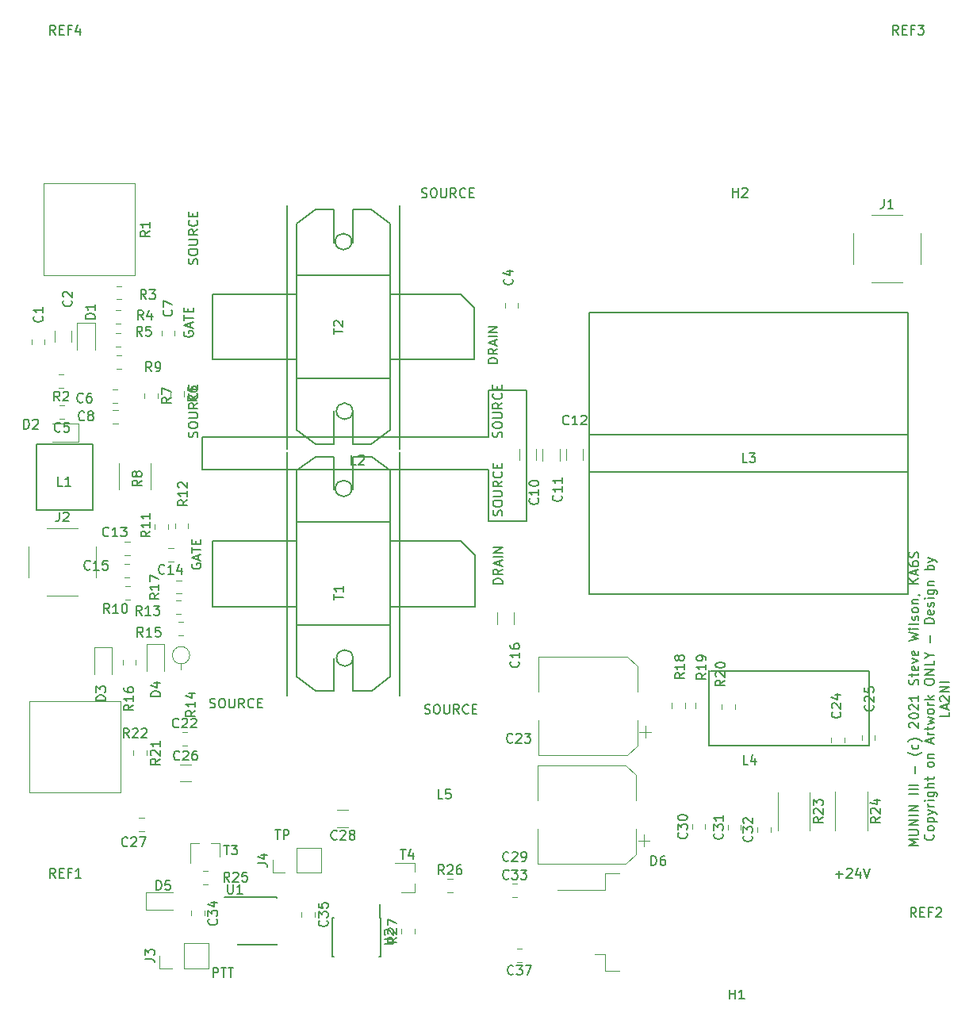
<source format=gto>
G04 #@! TF.GenerationSoftware,KiCad,Pcbnew,6.0.0-rc1-unknown-e7fa02a~66~ubuntu18.04.1*
G04 #@! TF.CreationDate,2021-10-31T13:50:51-07:00
G04 #@! TF.ProjectId,munin3,6d756e69-6e33-42e6-9b69-6361645f7063,rev?*
G04 #@! TF.SameCoordinates,Original*
G04 #@! TF.FileFunction,Legend,Top*
G04 #@! TF.FilePolarity,Positive*
%FSLAX46Y46*%
G04 Gerber Fmt 4.6, Leading zero omitted, Abs format (unit mm)*
G04 Created by KiCad (PCBNEW 6.0.0-rc1-unknown-e7fa02a~66~ubuntu18.04.1) date Sun 31 Oct 2021 01:50:51 PM PDT*
%MOMM*%
%LPD*%
G04 APERTURE LIST*
%ADD10C,0.150000*%
%ADD11C,0.120000*%
G04 APERTURE END LIST*
D10*
X127414285Y-133352380D02*
X127985714Y-133352380D01*
X127700000Y-134352380D02*
X127700000Y-133352380D01*
X128319047Y-134352380D02*
X128319047Y-133352380D01*
X128700000Y-133352380D01*
X128795238Y-133400000D01*
X128842857Y-133447619D01*
X128890476Y-133542857D01*
X128890476Y-133685714D01*
X128842857Y-133780952D01*
X128795238Y-133828571D01*
X128700000Y-133876190D01*
X128319047Y-133876190D01*
X120776190Y-149052380D02*
X120776190Y-148052380D01*
X121157142Y-148052380D01*
X121252380Y-148100000D01*
X121300000Y-148147619D01*
X121347619Y-148242857D01*
X121347619Y-148385714D01*
X121300000Y-148480952D01*
X121252380Y-148528571D01*
X121157142Y-148576190D01*
X120776190Y-148576190D01*
X121633333Y-148052380D02*
X122204761Y-148052380D01*
X121919047Y-149052380D02*
X121919047Y-148052380D01*
X122395238Y-148052380D02*
X122966666Y-148052380D01*
X122680952Y-149052380D02*
X122680952Y-148052380D01*
X196102380Y-135042857D02*
X195102380Y-135042857D01*
X195816666Y-134709523D01*
X195102380Y-134376190D01*
X196102380Y-134376190D01*
X195102380Y-133900000D02*
X195911904Y-133900000D01*
X196007142Y-133852380D01*
X196054761Y-133804761D01*
X196102380Y-133709523D01*
X196102380Y-133519047D01*
X196054761Y-133423809D01*
X196007142Y-133376190D01*
X195911904Y-133328571D01*
X195102380Y-133328571D01*
X196102380Y-132852380D02*
X195102380Y-132852380D01*
X196102380Y-132280952D01*
X195102380Y-132280952D01*
X196102380Y-131804761D02*
X195102380Y-131804761D01*
X196102380Y-131328571D02*
X195102380Y-131328571D01*
X196102380Y-130757142D01*
X195102380Y-130757142D01*
X196102380Y-129519047D02*
X195102380Y-129519047D01*
X196102380Y-129042857D02*
X195102380Y-129042857D01*
X196102380Y-128566666D02*
X195102380Y-128566666D01*
X195721428Y-127328571D02*
X195721428Y-126566666D01*
X196483333Y-125042857D02*
X196435714Y-125090476D01*
X196292857Y-125185714D01*
X196197619Y-125233333D01*
X196054761Y-125280952D01*
X195816666Y-125328571D01*
X195626190Y-125328571D01*
X195388095Y-125280952D01*
X195245238Y-125233333D01*
X195150000Y-125185714D01*
X195007142Y-125090476D01*
X194959523Y-125042857D01*
X196054761Y-124233333D02*
X196102380Y-124328571D01*
X196102380Y-124519047D01*
X196054761Y-124614285D01*
X196007142Y-124661904D01*
X195911904Y-124709523D01*
X195626190Y-124709523D01*
X195530952Y-124661904D01*
X195483333Y-124614285D01*
X195435714Y-124519047D01*
X195435714Y-124328571D01*
X195483333Y-124233333D01*
X196483333Y-123900000D02*
X196435714Y-123852380D01*
X196292857Y-123757142D01*
X196197619Y-123709523D01*
X196054761Y-123661904D01*
X195816666Y-123614285D01*
X195626190Y-123614285D01*
X195388095Y-123661904D01*
X195245238Y-123709523D01*
X195150000Y-123757142D01*
X195007142Y-123852380D01*
X194959523Y-123900000D01*
X195197619Y-122423809D02*
X195150000Y-122376190D01*
X195102380Y-122280952D01*
X195102380Y-122042857D01*
X195150000Y-121947619D01*
X195197619Y-121900000D01*
X195292857Y-121852380D01*
X195388095Y-121852380D01*
X195530952Y-121900000D01*
X196102380Y-122471428D01*
X196102380Y-121852380D01*
X195102380Y-121233333D02*
X195102380Y-121138095D01*
X195150000Y-121042857D01*
X195197619Y-120995238D01*
X195292857Y-120947619D01*
X195483333Y-120900000D01*
X195721428Y-120900000D01*
X195911904Y-120947619D01*
X196007142Y-120995238D01*
X196054761Y-121042857D01*
X196102380Y-121138095D01*
X196102380Y-121233333D01*
X196054761Y-121328571D01*
X196007142Y-121376190D01*
X195911904Y-121423809D01*
X195721428Y-121471428D01*
X195483333Y-121471428D01*
X195292857Y-121423809D01*
X195197619Y-121376190D01*
X195150000Y-121328571D01*
X195102380Y-121233333D01*
X195197619Y-120519047D02*
X195150000Y-120471428D01*
X195102380Y-120376190D01*
X195102380Y-120138095D01*
X195150000Y-120042857D01*
X195197619Y-119995238D01*
X195292857Y-119947619D01*
X195388095Y-119947619D01*
X195530952Y-119995238D01*
X196102380Y-120566666D01*
X196102380Y-119947619D01*
X196102380Y-118995238D02*
X196102380Y-119566666D01*
X196102380Y-119280952D02*
X195102380Y-119280952D01*
X195245238Y-119376190D01*
X195340476Y-119471428D01*
X195388095Y-119566666D01*
X196054761Y-117852380D02*
X196102380Y-117709523D01*
X196102380Y-117471428D01*
X196054761Y-117376190D01*
X196007142Y-117328571D01*
X195911904Y-117280952D01*
X195816666Y-117280952D01*
X195721428Y-117328571D01*
X195673809Y-117376190D01*
X195626190Y-117471428D01*
X195578571Y-117661904D01*
X195530952Y-117757142D01*
X195483333Y-117804761D01*
X195388095Y-117852380D01*
X195292857Y-117852380D01*
X195197619Y-117804761D01*
X195150000Y-117757142D01*
X195102380Y-117661904D01*
X195102380Y-117423809D01*
X195150000Y-117280952D01*
X195435714Y-116995238D02*
X195435714Y-116614285D01*
X195102380Y-116852380D02*
X195959523Y-116852380D01*
X196054761Y-116804761D01*
X196102380Y-116709523D01*
X196102380Y-116614285D01*
X196054761Y-115900000D02*
X196102380Y-115995238D01*
X196102380Y-116185714D01*
X196054761Y-116280952D01*
X195959523Y-116328571D01*
X195578571Y-116328571D01*
X195483333Y-116280952D01*
X195435714Y-116185714D01*
X195435714Y-115995238D01*
X195483333Y-115900000D01*
X195578571Y-115852380D01*
X195673809Y-115852380D01*
X195769047Y-116328571D01*
X195435714Y-115519047D02*
X196102380Y-115280952D01*
X195435714Y-115042857D01*
X196054761Y-114280952D02*
X196102380Y-114376190D01*
X196102380Y-114566666D01*
X196054761Y-114661904D01*
X195959523Y-114709523D01*
X195578571Y-114709523D01*
X195483333Y-114661904D01*
X195435714Y-114566666D01*
X195435714Y-114376190D01*
X195483333Y-114280952D01*
X195578571Y-114233333D01*
X195673809Y-114233333D01*
X195769047Y-114709523D01*
X195102380Y-113138095D02*
X196102380Y-112900000D01*
X195388095Y-112709523D01*
X196102380Y-112519047D01*
X195102380Y-112280952D01*
X196102380Y-111900000D02*
X195435714Y-111900000D01*
X195102380Y-111900000D02*
X195150000Y-111947619D01*
X195197619Y-111900000D01*
X195150000Y-111852380D01*
X195102380Y-111900000D01*
X195197619Y-111900000D01*
X196102380Y-111280952D02*
X196054761Y-111376190D01*
X195959523Y-111423809D01*
X195102380Y-111423809D01*
X196054761Y-110947619D02*
X196102380Y-110852380D01*
X196102380Y-110661904D01*
X196054761Y-110566666D01*
X195959523Y-110519047D01*
X195911904Y-110519047D01*
X195816666Y-110566666D01*
X195769047Y-110661904D01*
X195769047Y-110804761D01*
X195721428Y-110900000D01*
X195626190Y-110947619D01*
X195578571Y-110947619D01*
X195483333Y-110900000D01*
X195435714Y-110804761D01*
X195435714Y-110661904D01*
X195483333Y-110566666D01*
X196102380Y-109947619D02*
X196054761Y-110042857D01*
X196007142Y-110090476D01*
X195911904Y-110138095D01*
X195626190Y-110138095D01*
X195530952Y-110090476D01*
X195483333Y-110042857D01*
X195435714Y-109947619D01*
X195435714Y-109804761D01*
X195483333Y-109709523D01*
X195530952Y-109661904D01*
X195626190Y-109614285D01*
X195911904Y-109614285D01*
X196007142Y-109661904D01*
X196054761Y-109709523D01*
X196102380Y-109804761D01*
X196102380Y-109947619D01*
X195435714Y-109185714D02*
X196102380Y-109185714D01*
X195530952Y-109185714D02*
X195483333Y-109138095D01*
X195435714Y-109042857D01*
X195435714Y-108900000D01*
X195483333Y-108804761D01*
X195578571Y-108757142D01*
X196102380Y-108757142D01*
X196054761Y-108233333D02*
X196102380Y-108233333D01*
X196197619Y-108280952D01*
X196245238Y-108328571D01*
X196102380Y-107042857D02*
X195102380Y-107042857D01*
X196102380Y-106471428D02*
X195530952Y-106900000D01*
X195102380Y-106471428D02*
X195673809Y-107042857D01*
X195816666Y-106090476D02*
X195816666Y-105614285D01*
X196102380Y-106185714D02*
X195102380Y-105852380D01*
X196102380Y-105519047D01*
X195102380Y-104757142D02*
X195102380Y-104947619D01*
X195150000Y-105042857D01*
X195197619Y-105090476D01*
X195340476Y-105185714D01*
X195530952Y-105233333D01*
X195911904Y-105233333D01*
X196007142Y-105185714D01*
X196054761Y-105138095D01*
X196102380Y-105042857D01*
X196102380Y-104852380D01*
X196054761Y-104757142D01*
X196007142Y-104709523D01*
X195911904Y-104661904D01*
X195673809Y-104661904D01*
X195578571Y-104709523D01*
X195530952Y-104757142D01*
X195483333Y-104852380D01*
X195483333Y-105042857D01*
X195530952Y-105138095D01*
X195578571Y-105185714D01*
X195673809Y-105233333D01*
X196054761Y-104280952D02*
X196102380Y-104138095D01*
X196102380Y-103900000D01*
X196054761Y-103804761D01*
X196007142Y-103757142D01*
X195911904Y-103709523D01*
X195816666Y-103709523D01*
X195721428Y-103757142D01*
X195673809Y-103804761D01*
X195626190Y-103900000D01*
X195578571Y-104090476D01*
X195530952Y-104185714D01*
X195483333Y-104233333D01*
X195388095Y-104280952D01*
X195292857Y-104280952D01*
X195197619Y-104233333D01*
X195150000Y-104185714D01*
X195102380Y-104090476D01*
X195102380Y-103852380D01*
X195150000Y-103709523D01*
X197657142Y-133828571D02*
X197704761Y-133876190D01*
X197752380Y-134019047D01*
X197752380Y-134114285D01*
X197704761Y-134257142D01*
X197609523Y-134352380D01*
X197514285Y-134400000D01*
X197323809Y-134447619D01*
X197180952Y-134447619D01*
X196990476Y-134400000D01*
X196895238Y-134352380D01*
X196800000Y-134257142D01*
X196752380Y-134114285D01*
X196752380Y-134019047D01*
X196800000Y-133876190D01*
X196847619Y-133828571D01*
X197752380Y-133257142D02*
X197704761Y-133352380D01*
X197657142Y-133400000D01*
X197561904Y-133447619D01*
X197276190Y-133447619D01*
X197180952Y-133400000D01*
X197133333Y-133352380D01*
X197085714Y-133257142D01*
X197085714Y-133114285D01*
X197133333Y-133019047D01*
X197180952Y-132971428D01*
X197276190Y-132923809D01*
X197561904Y-132923809D01*
X197657142Y-132971428D01*
X197704761Y-133019047D01*
X197752380Y-133114285D01*
X197752380Y-133257142D01*
X197085714Y-132495238D02*
X198085714Y-132495238D01*
X197133333Y-132495238D02*
X197085714Y-132400000D01*
X197085714Y-132209523D01*
X197133333Y-132114285D01*
X197180952Y-132066666D01*
X197276190Y-132019047D01*
X197561904Y-132019047D01*
X197657142Y-132066666D01*
X197704761Y-132114285D01*
X197752380Y-132209523D01*
X197752380Y-132400000D01*
X197704761Y-132495238D01*
X197085714Y-131685714D02*
X197752380Y-131447619D01*
X197085714Y-131209523D02*
X197752380Y-131447619D01*
X197990476Y-131542857D01*
X198038095Y-131590476D01*
X198085714Y-131685714D01*
X197752380Y-130828571D02*
X197085714Y-130828571D01*
X197276190Y-130828571D02*
X197180952Y-130780952D01*
X197133333Y-130733333D01*
X197085714Y-130638095D01*
X197085714Y-130542857D01*
X197752380Y-130209523D02*
X197085714Y-130209523D01*
X196752380Y-130209523D02*
X196800000Y-130257142D01*
X196847619Y-130209523D01*
X196800000Y-130161904D01*
X196752380Y-130209523D01*
X196847619Y-130209523D01*
X197085714Y-129304761D02*
X197895238Y-129304761D01*
X197990476Y-129352380D01*
X198038095Y-129400000D01*
X198085714Y-129495238D01*
X198085714Y-129638095D01*
X198038095Y-129733333D01*
X197704761Y-129304761D02*
X197752380Y-129400000D01*
X197752380Y-129590476D01*
X197704761Y-129685714D01*
X197657142Y-129733333D01*
X197561904Y-129780952D01*
X197276190Y-129780952D01*
X197180952Y-129733333D01*
X197133333Y-129685714D01*
X197085714Y-129590476D01*
X197085714Y-129400000D01*
X197133333Y-129304761D01*
X197752380Y-128828571D02*
X196752380Y-128828571D01*
X197752380Y-128400000D02*
X197228571Y-128400000D01*
X197133333Y-128447619D01*
X197085714Y-128542857D01*
X197085714Y-128685714D01*
X197133333Y-128780952D01*
X197180952Y-128828571D01*
X197085714Y-128066666D02*
X197085714Y-127685714D01*
X196752380Y-127923809D02*
X197609523Y-127923809D01*
X197704761Y-127876190D01*
X197752380Y-127780952D01*
X197752380Y-127685714D01*
X197752380Y-126447619D02*
X197704761Y-126542857D01*
X197657142Y-126590476D01*
X197561904Y-126638095D01*
X197276190Y-126638095D01*
X197180952Y-126590476D01*
X197133333Y-126542857D01*
X197085714Y-126447619D01*
X197085714Y-126304761D01*
X197133333Y-126209523D01*
X197180952Y-126161904D01*
X197276190Y-126114285D01*
X197561904Y-126114285D01*
X197657142Y-126161904D01*
X197704761Y-126209523D01*
X197752380Y-126304761D01*
X197752380Y-126447619D01*
X197085714Y-125685714D02*
X197752380Y-125685714D01*
X197180952Y-125685714D02*
X197133333Y-125638095D01*
X197085714Y-125542857D01*
X197085714Y-125400000D01*
X197133333Y-125304761D01*
X197228571Y-125257142D01*
X197752380Y-125257142D01*
X197466666Y-124066666D02*
X197466666Y-123590476D01*
X197752380Y-124161904D02*
X196752380Y-123828571D01*
X197752380Y-123495238D01*
X197752380Y-123161904D02*
X197085714Y-123161904D01*
X197276190Y-123161904D02*
X197180952Y-123114285D01*
X197133333Y-123066666D01*
X197085714Y-122971428D01*
X197085714Y-122876190D01*
X197085714Y-122685714D02*
X197085714Y-122304761D01*
X196752380Y-122542857D02*
X197609523Y-122542857D01*
X197704761Y-122495238D01*
X197752380Y-122400000D01*
X197752380Y-122304761D01*
X197085714Y-122066666D02*
X197752380Y-121876190D01*
X197276190Y-121685714D01*
X197752380Y-121495238D01*
X197085714Y-121304761D01*
X197752380Y-120780952D02*
X197704761Y-120876190D01*
X197657142Y-120923809D01*
X197561904Y-120971428D01*
X197276190Y-120971428D01*
X197180952Y-120923809D01*
X197133333Y-120876190D01*
X197085714Y-120780952D01*
X197085714Y-120638095D01*
X197133333Y-120542857D01*
X197180952Y-120495238D01*
X197276190Y-120447619D01*
X197561904Y-120447619D01*
X197657142Y-120495238D01*
X197704761Y-120542857D01*
X197752380Y-120638095D01*
X197752380Y-120780952D01*
X197752380Y-120019047D02*
X197085714Y-120019047D01*
X197276190Y-120019047D02*
X197180952Y-119971428D01*
X197133333Y-119923809D01*
X197085714Y-119828571D01*
X197085714Y-119733333D01*
X197752380Y-119400000D02*
X196752380Y-119400000D01*
X197371428Y-119304761D02*
X197752380Y-119019047D01*
X197085714Y-119019047D02*
X197466666Y-119400000D01*
X196752380Y-117638095D02*
X196752380Y-117447619D01*
X196800000Y-117352380D01*
X196895238Y-117257142D01*
X197085714Y-117209523D01*
X197419047Y-117209523D01*
X197609523Y-117257142D01*
X197704761Y-117352380D01*
X197752380Y-117447619D01*
X197752380Y-117638095D01*
X197704761Y-117733333D01*
X197609523Y-117828571D01*
X197419047Y-117876190D01*
X197085714Y-117876190D01*
X196895238Y-117828571D01*
X196800000Y-117733333D01*
X196752380Y-117638095D01*
X197752380Y-116780952D02*
X196752380Y-116780952D01*
X197752380Y-116209523D01*
X196752380Y-116209523D01*
X197752380Y-115257142D02*
X197752380Y-115733333D01*
X196752380Y-115733333D01*
X197276190Y-114733333D02*
X197752380Y-114733333D01*
X196752380Y-115066666D02*
X197276190Y-114733333D01*
X196752380Y-114400000D01*
X197371428Y-113304761D02*
X197371428Y-112542857D01*
X197752380Y-111304761D02*
X196752380Y-111304761D01*
X196752380Y-111066666D01*
X196800000Y-110923809D01*
X196895238Y-110828571D01*
X196990476Y-110780952D01*
X197180952Y-110733333D01*
X197323809Y-110733333D01*
X197514285Y-110780952D01*
X197609523Y-110828571D01*
X197704761Y-110923809D01*
X197752380Y-111066666D01*
X197752380Y-111304761D01*
X197704761Y-109923809D02*
X197752380Y-110019047D01*
X197752380Y-110209523D01*
X197704761Y-110304761D01*
X197609523Y-110352380D01*
X197228571Y-110352380D01*
X197133333Y-110304761D01*
X197085714Y-110209523D01*
X197085714Y-110019047D01*
X197133333Y-109923809D01*
X197228571Y-109876190D01*
X197323809Y-109876190D01*
X197419047Y-110352380D01*
X197704761Y-109495238D02*
X197752380Y-109400000D01*
X197752380Y-109209523D01*
X197704761Y-109114285D01*
X197609523Y-109066666D01*
X197561904Y-109066666D01*
X197466666Y-109114285D01*
X197419047Y-109209523D01*
X197419047Y-109352380D01*
X197371428Y-109447619D01*
X197276190Y-109495238D01*
X197228571Y-109495238D01*
X197133333Y-109447619D01*
X197085714Y-109352380D01*
X197085714Y-109209523D01*
X197133333Y-109114285D01*
X197752380Y-108638095D02*
X197085714Y-108638095D01*
X196752380Y-108638095D02*
X196800000Y-108685714D01*
X196847619Y-108638095D01*
X196800000Y-108590476D01*
X196752380Y-108638095D01*
X196847619Y-108638095D01*
X197085714Y-107733333D02*
X197895238Y-107733333D01*
X197990476Y-107780952D01*
X198038095Y-107828571D01*
X198085714Y-107923809D01*
X198085714Y-108066666D01*
X198038095Y-108161904D01*
X197704761Y-107733333D02*
X197752380Y-107828571D01*
X197752380Y-108019047D01*
X197704761Y-108114285D01*
X197657142Y-108161904D01*
X197561904Y-108209523D01*
X197276190Y-108209523D01*
X197180952Y-108161904D01*
X197133333Y-108114285D01*
X197085714Y-108019047D01*
X197085714Y-107828571D01*
X197133333Y-107733333D01*
X197085714Y-107257142D02*
X197752380Y-107257142D01*
X197180952Y-107257142D02*
X197133333Y-107209523D01*
X197085714Y-107114285D01*
X197085714Y-106971428D01*
X197133333Y-106876190D01*
X197228571Y-106828571D01*
X197752380Y-106828571D01*
X197752380Y-105590476D02*
X196752380Y-105590476D01*
X197133333Y-105590476D02*
X197085714Y-105495238D01*
X197085714Y-105304761D01*
X197133333Y-105209523D01*
X197180952Y-105161904D01*
X197276190Y-105114285D01*
X197561904Y-105114285D01*
X197657142Y-105161904D01*
X197704761Y-105209523D01*
X197752380Y-105304761D01*
X197752380Y-105495238D01*
X197704761Y-105590476D01*
X197085714Y-104780952D02*
X197752380Y-104542857D01*
X197085714Y-104304761D02*
X197752380Y-104542857D01*
X197990476Y-104638095D01*
X198038095Y-104685714D01*
X198085714Y-104780952D01*
X199402380Y-120757142D02*
X199402380Y-121233333D01*
X198402380Y-121233333D01*
X199116666Y-120471428D02*
X199116666Y-119995238D01*
X199402380Y-120566666D02*
X198402380Y-120233333D01*
X199402380Y-119900000D01*
X198497619Y-119614285D02*
X198450000Y-119566666D01*
X198402380Y-119471428D01*
X198402380Y-119233333D01*
X198450000Y-119138095D01*
X198497619Y-119090476D01*
X198592857Y-119042857D01*
X198688095Y-119042857D01*
X198830952Y-119090476D01*
X199402380Y-119661904D01*
X199402380Y-119042857D01*
X199402380Y-118614285D02*
X198402380Y-118614285D01*
X199402380Y-118042857D01*
X198402380Y-118042857D01*
X199402380Y-117566666D02*
X198402380Y-117566666D01*
X187257095Y-138068428D02*
X188019000Y-138068428D01*
X187638047Y-138449380D02*
X187638047Y-137687476D01*
X188447571Y-137544619D02*
X188495190Y-137497000D01*
X188590428Y-137449380D01*
X188828523Y-137449380D01*
X188923761Y-137497000D01*
X188971380Y-137544619D01*
X189019000Y-137639857D01*
X189019000Y-137735095D01*
X188971380Y-137877952D01*
X188399952Y-138449380D01*
X189019000Y-138449380D01*
X189876142Y-137782714D02*
X189876142Y-138449380D01*
X189638047Y-137401761D02*
X189399952Y-138116047D01*
X190019000Y-138116047D01*
X190257095Y-137449380D02*
X190590428Y-138449380D01*
X190923761Y-137449380D01*
D11*
X166787000Y-135102000D02*
X166787000Y-133852000D01*
X167412000Y-134477000D02*
X166162000Y-134477000D01*
X165922000Y-127521437D02*
X164857563Y-126457000D01*
X165922000Y-135912563D02*
X164857563Y-136977000D01*
X165922000Y-135912563D02*
X165922000Y-133227000D01*
X165922000Y-127521437D02*
X165922000Y-130207000D01*
X164857563Y-126457000D02*
X155402000Y-126457000D01*
X164857563Y-136977000D02*
X155402000Y-136977000D01*
X155402000Y-136977000D02*
X155402000Y-133227000D01*
X155402000Y-126457000D02*
X155402000Y-130207000D01*
X102811000Y-81479252D02*
X102811000Y-80956748D01*
X101391000Y-81479252D02*
X101391000Y-80956748D01*
X104905252Y-88060000D02*
X104382748Y-88060000D01*
X104905252Y-89480000D02*
X104382748Y-89480000D01*
X110067748Y-87774000D02*
X110590252Y-87774000D01*
X110067748Y-86354000D02*
X110590252Y-86354000D01*
X110101748Y-88576000D02*
X110624252Y-88576000D01*
X110101748Y-89996000D02*
X110624252Y-89996000D01*
X155281000Y-92680936D02*
X155281000Y-93885064D01*
X153461000Y-92680936D02*
X153461000Y-93885064D01*
X155983000Y-92715936D02*
X155983000Y-93920064D01*
X157803000Y-92715936D02*
X157803000Y-93920064D01*
X158483000Y-92671936D02*
X158483000Y-93876064D01*
X160303000Y-92671936D02*
X160303000Y-93876064D01*
X111895252Y-102592000D02*
X111372748Y-102592000D01*
X111895252Y-104012000D02*
X111372748Y-104012000D01*
X116021748Y-104707000D02*
X116544252Y-104707000D01*
X116021748Y-103287000D02*
X116544252Y-103287000D01*
X111869252Y-106367000D02*
X111346748Y-106367000D01*
X111869252Y-104947000D02*
X111346748Y-104947000D01*
X152910000Y-110147936D02*
X152910000Y-111352064D01*
X151090000Y-110147936D02*
X151090000Y-111352064D01*
X117489748Y-122927000D02*
X118012252Y-122927000D01*
X117489748Y-124347000D02*
X118012252Y-124347000D01*
X188210000Y-124011252D02*
X188210000Y-123488748D01*
X186790000Y-124011252D02*
X186790000Y-123488748D01*
X190040000Y-123761252D02*
X190040000Y-123238748D01*
X191460000Y-123761252D02*
X191460000Y-123238748D01*
X113405252Y-133459000D02*
X112882748Y-133459000D01*
X113405252Y-132039000D02*
X112882748Y-132039000D01*
X173330000Y-133264252D02*
X173330000Y-132741748D01*
X171910000Y-133264252D02*
X171910000Y-132741748D01*
X175729000Y-133328252D02*
X175729000Y-132805748D01*
X177149000Y-133328252D02*
X177149000Y-132805748D01*
X178874000Y-133583252D02*
X178874000Y-133060748D01*
X180294000Y-133583252D02*
X180294000Y-133060748D01*
X152734748Y-140529000D02*
X153257252Y-140529000D01*
X152734748Y-139109000D02*
X153257252Y-139109000D01*
X119864000Y-141975748D02*
X119864000Y-142498252D01*
X118444000Y-141975748D02*
X118444000Y-142498252D01*
X130245000Y-142114748D02*
X130245000Y-142637252D01*
X131665000Y-142114748D02*
X131665000Y-142637252D01*
X153751252Y-146003000D02*
X153228748Y-146003000D01*
X153751252Y-147423000D02*
X153228748Y-147423000D01*
X164147000Y-137984000D02*
X162647000Y-137984000D01*
X162647000Y-137984000D02*
X162647000Y-139794000D01*
X162647000Y-139794000D02*
X157522000Y-139794000D01*
X164147000Y-148384000D02*
X162647000Y-148384000D01*
X162647000Y-148384000D02*
X162647000Y-146574000D01*
X162647000Y-146574000D02*
X161547000Y-146574000D01*
X120267000Y-148118000D02*
X120267000Y-145458000D01*
X117667000Y-148118000D02*
X120267000Y-148118000D01*
X117667000Y-145458000D02*
X120267000Y-145458000D01*
X117667000Y-148118000D02*
X117667000Y-145458000D01*
X116397000Y-148118000D02*
X115067000Y-148118000D01*
X115067000Y-148118000D02*
X115067000Y-146788000D01*
X127128000Y-137898000D02*
X127128000Y-136568000D01*
X128458000Y-137898000D02*
X127128000Y-137898000D01*
X129728000Y-137898000D02*
X129728000Y-135238000D01*
X129728000Y-135238000D02*
X132328000Y-135238000D01*
X129728000Y-137898000D02*
X132328000Y-137898000D01*
X132328000Y-137898000D02*
X132328000Y-135238000D01*
D10*
X104903000Y-92175000D02*
X107903000Y-92175000D01*
X107903000Y-92175000D02*
X107903000Y-99175000D01*
X107903000Y-99175000D02*
X101903000Y-99175000D01*
X101903000Y-99175000D02*
X101903000Y-92175000D01*
X101903000Y-92175000D02*
X104903000Y-92175000D01*
X160986000Y-93159000D02*
X160986000Y-78159000D01*
X160986000Y-78159000D02*
X194986000Y-78159000D01*
X194986000Y-78159000D02*
X194986000Y-108159000D01*
X194986000Y-108159000D02*
X160986000Y-108159000D01*
X160986000Y-108159000D02*
X160986000Y-93159000D01*
X160986000Y-91159000D02*
X194986000Y-91159000D01*
X160986000Y-95159000D02*
X194986000Y-95159000D01*
X173861000Y-116414000D02*
X190861000Y-116414000D01*
X190861000Y-116414000D02*
X190861000Y-124314000D01*
X190861000Y-124314000D02*
X173761000Y-124314000D01*
X173761000Y-124314000D02*
X173761000Y-116314000D01*
D11*
X112432000Y-74128000D02*
X102662000Y-74128000D01*
X112432000Y-64358000D02*
X102662000Y-64358000D01*
X102662000Y-64358000D02*
X102662000Y-74128000D01*
X112432000Y-64358000D02*
X112432000Y-74128000D01*
X104831252Y-84741000D02*
X104308748Y-84741000D01*
X104831252Y-86161000D02*
X104308748Y-86161000D01*
X111011252Y-76710000D02*
X110488748Y-76710000D01*
X111011252Y-75290000D02*
X110488748Y-75290000D01*
X110412748Y-79292000D02*
X110935252Y-79292000D01*
X110412748Y-77872000D02*
X110935252Y-77872000D01*
X110412748Y-80351000D02*
X110935252Y-80351000D01*
X110412748Y-81771000D02*
X110935252Y-81771000D01*
X117672000Y-86542748D02*
X117672000Y-87065252D01*
X116252000Y-86542748D02*
X116252000Y-87065252D01*
X113473000Y-86765748D02*
X113473000Y-87288252D01*
X114893000Y-86765748D02*
X114893000Y-87288252D01*
X114165000Y-94211748D02*
X114165000Y-96984252D01*
X110745000Y-94211748D02*
X110745000Y-96984252D01*
X110509748Y-84127000D02*
X111032252Y-84127000D01*
X110509748Y-82707000D02*
X111032252Y-82707000D01*
X111425748Y-108776000D02*
X111948252Y-108776000D01*
X111425748Y-107356000D02*
X111948252Y-107356000D01*
X115986000Y-101238252D02*
X115986000Y-100715748D01*
X114566000Y-101238252D02*
X114566000Y-100715748D01*
X116714000Y-101124252D02*
X116714000Y-100601748D01*
X118134000Y-101124252D02*
X118134000Y-100601748D01*
X116830748Y-108847000D02*
X117353252Y-108847000D01*
X116830748Y-110267000D02*
X117353252Y-110267000D01*
X118288000Y-114706000D02*
G75*
G03X118288000Y-114706000I-920000J0D01*
G01*
X117368000Y-115626000D02*
X117368000Y-116246000D01*
X117101748Y-112602000D02*
X117624252Y-112602000D01*
X117101748Y-111182000D02*
X117624252Y-111182000D01*
X112543000Y-115752252D02*
X112543000Y-115229748D01*
X111123000Y-115752252D02*
X111123000Y-115229748D01*
X117387252Y-108125000D02*
X116864748Y-108125000D01*
X117387252Y-106705000D02*
X116864748Y-106705000D01*
X171190000Y-119809748D02*
X171190000Y-120332252D01*
X169770000Y-119809748D02*
X169770000Y-120332252D01*
X172253000Y-119809748D02*
X172253000Y-120332252D01*
X173673000Y-119809748D02*
X173673000Y-120332252D01*
X175124000Y-119964748D02*
X175124000Y-120487252D01*
X176544000Y-119964748D02*
X176544000Y-120487252D01*
X113722000Y-124877748D02*
X113722000Y-125400252D01*
X112302000Y-124877748D02*
X112302000Y-125400252D01*
X110925000Y-119600000D02*
X110925000Y-129370000D01*
X101155000Y-119600000D02*
X101155000Y-129370000D01*
X110925000Y-119600000D02*
X101155000Y-119600000D01*
X110925000Y-129370000D02*
X101155000Y-129370000D01*
X181104000Y-129314936D02*
X181104000Y-133419064D01*
X184524000Y-129314936D02*
X184524000Y-133419064D01*
X190631000Y-129285936D02*
X190631000Y-133390064D01*
X187211000Y-129285936D02*
X187211000Y-133390064D01*
X119686748Y-137758000D02*
X120209252Y-137758000D01*
X119686748Y-139178000D02*
X120209252Y-139178000D01*
X145831748Y-138578000D02*
X146354252Y-138578000D01*
X145831748Y-139998000D02*
X146354252Y-139998000D01*
X140887000Y-144425252D02*
X140887000Y-143902748D01*
X142307000Y-144425252D02*
X142307000Y-143902748D01*
X142320000Y-140049000D02*
X140860000Y-140049000D01*
X142320000Y-136889000D02*
X140160000Y-136889000D01*
X142320000Y-136889000D02*
X142320000Y-137819000D01*
X142320000Y-140049000D02*
X142320000Y-139119000D01*
D10*
X123440000Y-140481000D02*
X123440000Y-140531000D01*
X127590000Y-140481000D02*
X127590000Y-140626000D01*
X127590000Y-145631000D02*
X127590000Y-145486000D01*
X123440000Y-145631000D02*
X123440000Y-145486000D01*
X123440000Y-140481000D02*
X127590000Y-140481000D01*
X123440000Y-145631000D02*
X127590000Y-145631000D01*
X123440000Y-140531000D02*
X122040000Y-140531000D01*
X119621000Y-91395000D02*
X119621000Y-94895000D01*
X122721000Y-94895000D02*
X150221000Y-94895000D01*
X150221000Y-94895000D02*
X150221000Y-100395000D01*
X150221000Y-100395000D02*
X154221000Y-100395000D01*
X154221000Y-100395000D02*
X154221000Y-86395000D01*
X154221000Y-86395000D02*
X150221000Y-86395000D01*
X122721000Y-91395000D02*
X150221000Y-91395000D01*
X150221000Y-86395000D02*
X150221000Y-91395000D01*
X122721000Y-91395000D02*
X119621000Y-91395000D01*
X122721000Y-94895000D02*
X119621000Y-94895000D01*
D11*
X108210000Y-82120000D02*
X108210000Y-79260000D01*
X108210000Y-79260000D02*
X106290000Y-79260000D01*
X106290000Y-79260000D02*
X106290000Y-82120000D01*
X106444000Y-89966000D02*
X103584000Y-89966000D01*
X106444000Y-91886000D02*
X106444000Y-89966000D01*
X103584000Y-91886000D02*
X106444000Y-91886000D01*
X109994000Y-116733000D02*
X109994000Y-113873000D01*
X109994000Y-113873000D02*
X108074000Y-113873000D01*
X108074000Y-113873000D02*
X108074000Y-116733000D01*
X113685000Y-113513000D02*
X113685000Y-116373000D01*
X115605000Y-113513000D02*
X113685000Y-113513000D01*
X115605000Y-116373000D02*
X115605000Y-113513000D01*
X116461000Y-139986000D02*
X113601000Y-139986000D01*
X113601000Y-139986000D02*
X113601000Y-141906000D01*
X113601000Y-141906000D02*
X116461000Y-141906000D01*
X189124000Y-69651000D02*
X189124000Y-72971000D01*
X196344000Y-69651000D02*
X196344000Y-72971000D01*
X191074000Y-74921000D02*
X194394000Y-74921000D01*
X191074000Y-67701000D02*
X194394000Y-67701000D01*
X103048000Y-101111000D02*
X106368000Y-101111000D01*
X103048000Y-108331000D02*
X106368000Y-108331000D01*
X108318000Y-103061000D02*
X108318000Y-106381000D01*
X101098000Y-103061000D02*
X101098000Y-106381000D01*
D10*
X140720000Y-93000000D02*
X140720000Y-119000000D01*
X128720000Y-93000000D02*
X128720000Y-119000000D01*
X128220000Y-109500000D02*
X129720000Y-109500000D01*
X128720000Y-102500000D02*
X129720000Y-102500000D01*
X140720000Y-109500000D02*
X139720000Y-109500000D01*
X140720000Y-102500000D02*
X139720000Y-102500000D01*
X120720000Y-109500000D02*
X128220000Y-109500000D01*
X120720000Y-102500000D02*
X120720000Y-109500000D01*
X121220000Y-102500000D02*
X120720000Y-102500000D01*
X128720000Y-102500000D02*
X121220000Y-102500000D01*
X148720000Y-109500000D02*
X140720000Y-109500000D01*
X148720000Y-104000000D02*
X148720000Y-109500000D01*
X147220000Y-102500000D02*
X148720000Y-104000000D01*
X140720000Y-102500000D02*
X147220000Y-102500000D01*
X135720000Y-118500000D02*
X137720000Y-118500000D01*
X135720000Y-115000000D02*
X135720000Y-118500000D01*
X135720000Y-115000000D02*
G75*
G03X135720000Y-115000000I-872500J0D01*
G01*
X133720000Y-118500000D02*
X133720000Y-115000000D01*
X129720000Y-117000000D02*
X129720000Y-111500000D01*
X129720000Y-117000000D02*
X131720000Y-118500000D01*
X139720000Y-111500000D02*
X129720000Y-111500000D01*
X139720000Y-117000000D02*
X139720000Y-111500000D01*
X131720000Y-118500000D02*
X133720000Y-118500000D01*
X139720000Y-117000000D02*
X137720000Y-118500000D01*
X133720000Y-93500000D02*
X131720000Y-93500000D01*
X133720000Y-97000000D02*
X133720000Y-93500000D01*
X135720000Y-93500000D02*
X135720000Y-97000000D01*
X137720000Y-93500000D02*
X135720000Y-93500000D01*
X129720000Y-95000000D02*
X129720000Y-100500000D01*
X139720000Y-95000000D02*
X139720000Y-100500000D01*
X139720000Y-95000000D02*
X137720000Y-93500000D01*
X129720000Y-95000000D02*
X131720000Y-93500000D01*
X135592500Y-96900000D02*
G75*
G03X135592500Y-96900000I-872500J0D01*
G01*
X129720000Y-100500000D02*
X139720000Y-100500000D01*
X129720000Y-111500000D02*
X129720000Y-100500000D01*
X139720000Y-100500000D02*
X139720000Y-111500000D01*
X139704000Y-74153000D02*
X139704000Y-85153000D01*
X129704000Y-85153000D02*
X129704000Y-74153000D01*
X129704000Y-74153000D02*
X139704000Y-74153000D01*
X135576500Y-70553000D02*
G75*
G03X135576500Y-70553000I-872500J0D01*
G01*
X129704000Y-68653000D02*
X131704000Y-67153000D01*
X139704000Y-68653000D02*
X137704000Y-67153000D01*
X139704000Y-68653000D02*
X139704000Y-74153000D01*
X129704000Y-68653000D02*
X129704000Y-74153000D01*
X137704000Y-67153000D02*
X135704000Y-67153000D01*
X135704000Y-67153000D02*
X135704000Y-70653000D01*
X133704000Y-70653000D02*
X133704000Y-67153000D01*
X133704000Y-67153000D02*
X131704000Y-67153000D01*
X139704000Y-90653000D02*
X137704000Y-92153000D01*
X131704000Y-92153000D02*
X133704000Y-92153000D01*
X139704000Y-90653000D02*
X139704000Y-85153000D01*
X139704000Y-85153000D02*
X129704000Y-85153000D01*
X129704000Y-90653000D02*
X131704000Y-92153000D01*
X129704000Y-90653000D02*
X129704000Y-85153000D01*
X133704000Y-92153000D02*
X133704000Y-88653000D01*
X135704000Y-88653000D02*
G75*
G03X135704000Y-88653000I-872500J0D01*
G01*
X135704000Y-88653000D02*
X135704000Y-92153000D01*
X135704000Y-92153000D02*
X137704000Y-92153000D01*
X140704000Y-76153000D02*
X147204000Y-76153000D01*
X147204000Y-76153000D02*
X148704000Y-77653000D01*
X148704000Y-77653000D02*
X148704000Y-83153000D01*
X148704000Y-83153000D02*
X140704000Y-83153000D01*
X128704000Y-76153000D02*
X121204000Y-76153000D01*
X121204000Y-76153000D02*
X120704000Y-76153000D01*
X120704000Y-76153000D02*
X120704000Y-83153000D01*
X120704000Y-83153000D02*
X128204000Y-83153000D01*
X140704000Y-76153000D02*
X139704000Y-76153000D01*
X140704000Y-83153000D02*
X139704000Y-83153000D01*
X128704000Y-76153000D02*
X129704000Y-76153000D01*
X128204000Y-83153000D02*
X129704000Y-83153000D01*
X128704000Y-66653000D02*
X128704000Y-92653000D01*
X140704000Y-66653000D02*
X140704000Y-92653000D01*
D11*
X103855000Y-81240064D02*
X103855000Y-80035936D01*
X105675000Y-81240064D02*
X105675000Y-80035936D01*
X155549000Y-114856000D02*
X155549000Y-118606000D01*
X155549000Y-125376000D02*
X155549000Y-121626000D01*
X165004563Y-125376000D02*
X155549000Y-125376000D01*
X165004563Y-114856000D02*
X155549000Y-114856000D01*
X166069000Y-115920437D02*
X166069000Y-118606000D01*
X166069000Y-124311563D02*
X166069000Y-121626000D01*
X166069000Y-124311563D02*
X165004563Y-125376000D01*
X166069000Y-115920437D02*
X165004563Y-114856000D01*
X167559000Y-122876000D02*
X166309000Y-122876000D01*
X166934000Y-123501000D02*
X166934000Y-122251000D01*
X117245936Y-128189000D02*
X118450064Y-128189000D01*
X117245936Y-126369000D02*
X118450064Y-126369000D01*
X135246064Y-133035000D02*
X134041936Y-133035000D01*
X135246064Y-131215000D02*
X134041936Y-131215000D01*
D10*
X138683000Y-142718000D02*
X138633000Y-142718000D01*
X138683000Y-146868000D02*
X138538000Y-146868000D01*
X133533000Y-146868000D02*
X133678000Y-146868000D01*
X133533000Y-142718000D02*
X133678000Y-142718000D01*
X138683000Y-142718000D02*
X138683000Y-146868000D01*
X133533000Y-142718000D02*
X133533000Y-146868000D01*
X138633000Y-142718000D02*
X138633000Y-141318000D01*
D11*
X121490000Y-134732000D02*
X120560000Y-134732000D01*
X118330000Y-134732000D02*
X119260000Y-134732000D01*
X118330000Y-134732000D02*
X118330000Y-136892000D01*
X121490000Y-134732000D02*
X121490000Y-136192000D01*
X116697000Y-80063748D02*
X116697000Y-80586252D01*
X115277000Y-80063748D02*
X115277000Y-80586252D01*
X151933000Y-77648252D02*
X151933000Y-77125748D01*
X153353000Y-77648252D02*
X153353000Y-77125748D01*
D10*
X152346142Y-136608142D02*
X152298523Y-136655761D01*
X152155666Y-136703380D01*
X152060428Y-136703380D01*
X151917571Y-136655761D01*
X151822333Y-136560523D01*
X151774714Y-136465285D01*
X151727095Y-136274809D01*
X151727095Y-136131952D01*
X151774714Y-135941476D01*
X151822333Y-135846238D01*
X151917571Y-135751000D01*
X152060428Y-135703380D01*
X152155666Y-135703380D01*
X152298523Y-135751000D01*
X152346142Y-135798619D01*
X152727095Y-135798619D02*
X152774714Y-135751000D01*
X152869952Y-135703380D01*
X153108047Y-135703380D01*
X153203285Y-135751000D01*
X153250904Y-135798619D01*
X153298523Y-135893857D01*
X153298523Y-135989095D01*
X153250904Y-136131952D01*
X152679476Y-136703380D01*
X153298523Y-136703380D01*
X153774714Y-136703380D02*
X153965190Y-136703380D01*
X154060428Y-136655761D01*
X154108047Y-136608142D01*
X154203285Y-136465285D01*
X154250904Y-136274809D01*
X154250904Y-135893857D01*
X154203285Y-135798619D01*
X154155666Y-135751000D01*
X154060428Y-135703380D01*
X153869952Y-135703380D01*
X153774714Y-135751000D01*
X153727095Y-135798619D01*
X153679476Y-135893857D01*
X153679476Y-136131952D01*
X153727095Y-136227190D01*
X153774714Y-136274809D01*
X153869952Y-136322428D01*
X154060428Y-136322428D01*
X154155666Y-136274809D01*
X154203285Y-136227190D01*
X154250904Y-136131952D01*
X103952380Y-138452380D02*
X103619047Y-137976190D01*
X103380952Y-138452380D02*
X103380952Y-137452380D01*
X103761904Y-137452380D01*
X103857142Y-137500000D01*
X103904761Y-137547619D01*
X103952380Y-137642857D01*
X103952380Y-137785714D01*
X103904761Y-137880952D01*
X103857142Y-137928571D01*
X103761904Y-137976190D01*
X103380952Y-137976190D01*
X104380952Y-137928571D02*
X104714285Y-137928571D01*
X104857142Y-138452380D02*
X104380952Y-138452380D01*
X104380952Y-137452380D01*
X104857142Y-137452380D01*
X105619047Y-137928571D02*
X105285714Y-137928571D01*
X105285714Y-138452380D02*
X105285714Y-137452380D01*
X105761904Y-137452380D01*
X106666666Y-138452380D02*
X106095238Y-138452380D01*
X106380952Y-138452380D02*
X106380952Y-137452380D01*
X106285714Y-137595238D01*
X106190476Y-137690476D01*
X106095238Y-137738095D01*
X103952380Y-48452380D02*
X103619047Y-47976190D01*
X103380952Y-48452380D02*
X103380952Y-47452380D01*
X103761904Y-47452380D01*
X103857142Y-47500000D01*
X103904761Y-47547619D01*
X103952380Y-47642857D01*
X103952380Y-47785714D01*
X103904761Y-47880952D01*
X103857142Y-47928571D01*
X103761904Y-47976190D01*
X103380952Y-47976190D01*
X104380952Y-47928571D02*
X104714285Y-47928571D01*
X104857142Y-48452380D02*
X104380952Y-48452380D01*
X104380952Y-47452380D01*
X104857142Y-47452380D01*
X105619047Y-47928571D02*
X105285714Y-47928571D01*
X105285714Y-48452380D02*
X105285714Y-47452380D01*
X105761904Y-47452380D01*
X106571428Y-47785714D02*
X106571428Y-48452380D01*
X106333333Y-47404761D02*
X106095238Y-48119047D01*
X106714285Y-48119047D01*
X193952380Y-48452380D02*
X193619047Y-47976190D01*
X193380952Y-48452380D02*
X193380952Y-47452380D01*
X193761904Y-47452380D01*
X193857142Y-47500000D01*
X193904761Y-47547619D01*
X193952380Y-47642857D01*
X193952380Y-47785714D01*
X193904761Y-47880952D01*
X193857142Y-47928571D01*
X193761904Y-47976190D01*
X193380952Y-47976190D01*
X194380952Y-47928571D02*
X194714285Y-47928571D01*
X194857142Y-48452380D02*
X194380952Y-48452380D01*
X194380952Y-47452380D01*
X194857142Y-47452380D01*
X195619047Y-47928571D02*
X195285714Y-47928571D01*
X195285714Y-48452380D02*
X195285714Y-47452380D01*
X195761904Y-47452380D01*
X196047619Y-47452380D02*
X196666666Y-47452380D01*
X196333333Y-47833333D01*
X196476190Y-47833333D01*
X196571428Y-47880952D01*
X196619047Y-47928571D01*
X196666666Y-48023809D01*
X196666666Y-48261904D01*
X196619047Y-48357142D01*
X196571428Y-48404761D01*
X196476190Y-48452380D01*
X196190476Y-48452380D01*
X196095238Y-48404761D01*
X196047619Y-48357142D01*
X195852380Y-142652380D02*
X195519047Y-142176190D01*
X195280952Y-142652380D02*
X195280952Y-141652380D01*
X195661904Y-141652380D01*
X195757142Y-141700000D01*
X195804761Y-141747619D01*
X195852380Y-141842857D01*
X195852380Y-141985714D01*
X195804761Y-142080952D01*
X195757142Y-142128571D01*
X195661904Y-142176190D01*
X195280952Y-142176190D01*
X196280952Y-142128571D02*
X196614285Y-142128571D01*
X196757142Y-142652380D02*
X196280952Y-142652380D01*
X196280952Y-141652380D01*
X196757142Y-141652380D01*
X197519047Y-142128571D02*
X197185714Y-142128571D01*
X197185714Y-142652380D02*
X197185714Y-141652380D01*
X197661904Y-141652380D01*
X197995238Y-141747619D02*
X198042857Y-141700000D01*
X198138095Y-141652380D01*
X198376190Y-141652380D01*
X198471428Y-141700000D01*
X198519047Y-141747619D01*
X198566666Y-141842857D01*
X198566666Y-141938095D01*
X198519047Y-142080952D01*
X197947619Y-142652380D01*
X198566666Y-142652380D01*
X102526142Y-78515666D02*
X102573761Y-78563285D01*
X102621380Y-78706142D01*
X102621380Y-78801380D01*
X102573761Y-78944238D01*
X102478523Y-79039476D01*
X102383285Y-79087095D01*
X102192809Y-79134714D01*
X102049952Y-79134714D01*
X101859476Y-79087095D01*
X101764238Y-79039476D01*
X101669000Y-78944238D01*
X101621380Y-78801380D01*
X101621380Y-78706142D01*
X101669000Y-78563285D01*
X101716619Y-78515666D01*
X102621380Y-77563285D02*
X102621380Y-78134714D01*
X102621380Y-77849000D02*
X101621380Y-77849000D01*
X101764238Y-77944238D01*
X101859476Y-78039476D01*
X101907095Y-78134714D01*
X104477333Y-90777142D02*
X104429714Y-90824761D01*
X104286857Y-90872380D01*
X104191619Y-90872380D01*
X104048761Y-90824761D01*
X103953523Y-90729523D01*
X103905904Y-90634285D01*
X103858285Y-90443809D01*
X103858285Y-90300952D01*
X103905904Y-90110476D01*
X103953523Y-90015238D01*
X104048761Y-89920000D01*
X104191619Y-89872380D01*
X104286857Y-89872380D01*
X104429714Y-89920000D01*
X104477333Y-89967619D01*
X105382095Y-89872380D02*
X104905904Y-89872380D01*
X104858285Y-90348571D01*
X104905904Y-90300952D01*
X105001142Y-90253333D01*
X105239238Y-90253333D01*
X105334476Y-90300952D01*
X105382095Y-90348571D01*
X105429714Y-90443809D01*
X105429714Y-90681904D01*
X105382095Y-90777142D01*
X105334476Y-90824761D01*
X105239238Y-90872380D01*
X105001142Y-90872380D01*
X104905904Y-90824761D01*
X104858285Y-90777142D01*
X106891333Y-87643142D02*
X106843714Y-87690761D01*
X106700857Y-87738380D01*
X106605619Y-87738380D01*
X106462761Y-87690761D01*
X106367523Y-87595523D01*
X106319904Y-87500285D01*
X106272285Y-87309809D01*
X106272285Y-87166952D01*
X106319904Y-86976476D01*
X106367523Y-86881238D01*
X106462761Y-86786000D01*
X106605619Y-86738380D01*
X106700857Y-86738380D01*
X106843714Y-86786000D01*
X106891333Y-86833619D01*
X107748476Y-86738380D02*
X107558000Y-86738380D01*
X107462761Y-86786000D01*
X107415142Y-86833619D01*
X107319904Y-86976476D01*
X107272285Y-87166952D01*
X107272285Y-87547904D01*
X107319904Y-87643142D01*
X107367523Y-87690761D01*
X107462761Y-87738380D01*
X107653238Y-87738380D01*
X107748476Y-87690761D01*
X107796095Y-87643142D01*
X107843714Y-87547904D01*
X107843714Y-87309809D01*
X107796095Y-87214571D01*
X107748476Y-87166952D01*
X107653238Y-87119333D01*
X107462761Y-87119333D01*
X107367523Y-87166952D01*
X107319904Y-87214571D01*
X107272285Y-87309809D01*
X107049333Y-89560142D02*
X107001714Y-89607761D01*
X106858857Y-89655380D01*
X106763619Y-89655380D01*
X106620761Y-89607761D01*
X106525523Y-89512523D01*
X106477904Y-89417285D01*
X106430285Y-89226809D01*
X106430285Y-89083952D01*
X106477904Y-88893476D01*
X106525523Y-88798238D01*
X106620761Y-88703000D01*
X106763619Y-88655380D01*
X106858857Y-88655380D01*
X107001714Y-88703000D01*
X107049333Y-88750619D01*
X107620761Y-89083952D02*
X107525523Y-89036333D01*
X107477904Y-88988714D01*
X107430285Y-88893476D01*
X107430285Y-88845857D01*
X107477904Y-88750619D01*
X107525523Y-88703000D01*
X107620761Y-88655380D01*
X107811238Y-88655380D01*
X107906476Y-88703000D01*
X107954095Y-88750619D01*
X108001714Y-88845857D01*
X108001714Y-88893476D01*
X107954095Y-88988714D01*
X107906476Y-89036333D01*
X107811238Y-89083952D01*
X107620761Y-89083952D01*
X107525523Y-89131571D01*
X107477904Y-89179190D01*
X107430285Y-89274428D01*
X107430285Y-89464904D01*
X107477904Y-89560142D01*
X107525523Y-89607761D01*
X107620761Y-89655380D01*
X107811238Y-89655380D01*
X107906476Y-89607761D01*
X107954095Y-89560142D01*
X108001714Y-89464904D01*
X108001714Y-89274428D01*
X107954095Y-89179190D01*
X107906476Y-89131571D01*
X107811238Y-89083952D01*
X155453142Y-97968857D02*
X155500761Y-98016476D01*
X155548380Y-98159333D01*
X155548380Y-98254571D01*
X155500761Y-98397428D01*
X155405523Y-98492666D01*
X155310285Y-98540285D01*
X155119809Y-98587904D01*
X154976952Y-98587904D01*
X154786476Y-98540285D01*
X154691238Y-98492666D01*
X154596000Y-98397428D01*
X154548380Y-98254571D01*
X154548380Y-98159333D01*
X154596000Y-98016476D01*
X154643619Y-97968857D01*
X155548380Y-97016476D02*
X155548380Y-97587904D01*
X155548380Y-97302190D02*
X154548380Y-97302190D01*
X154691238Y-97397428D01*
X154786476Y-97492666D01*
X154834095Y-97587904D01*
X154548380Y-96397428D02*
X154548380Y-96302190D01*
X154596000Y-96206952D01*
X154643619Y-96159333D01*
X154738857Y-96111714D01*
X154929333Y-96064095D01*
X155167428Y-96064095D01*
X155357904Y-96111714D01*
X155453142Y-96159333D01*
X155500761Y-96206952D01*
X155548380Y-96302190D01*
X155548380Y-96397428D01*
X155500761Y-96492666D01*
X155453142Y-96540285D01*
X155357904Y-96587904D01*
X155167428Y-96635523D01*
X154929333Y-96635523D01*
X154738857Y-96587904D01*
X154643619Y-96540285D01*
X154596000Y-96492666D01*
X154548380Y-96397428D01*
X157943142Y-97653857D02*
X157990761Y-97701476D01*
X158038380Y-97844333D01*
X158038380Y-97939571D01*
X157990761Y-98082428D01*
X157895523Y-98177666D01*
X157800285Y-98225285D01*
X157609809Y-98272904D01*
X157466952Y-98272904D01*
X157276476Y-98225285D01*
X157181238Y-98177666D01*
X157086000Y-98082428D01*
X157038380Y-97939571D01*
X157038380Y-97844333D01*
X157086000Y-97701476D01*
X157133619Y-97653857D01*
X158038380Y-96701476D02*
X158038380Y-97272904D01*
X158038380Y-96987190D02*
X157038380Y-96987190D01*
X157181238Y-97082428D01*
X157276476Y-97177666D01*
X157324095Y-97272904D01*
X158038380Y-95749095D02*
X158038380Y-96320523D01*
X158038380Y-96034809D02*
X157038380Y-96034809D01*
X157181238Y-96130047D01*
X157276476Y-96225285D01*
X157324095Y-96320523D01*
X158750142Y-89997142D02*
X158702523Y-90044761D01*
X158559666Y-90092380D01*
X158464428Y-90092380D01*
X158321571Y-90044761D01*
X158226333Y-89949523D01*
X158178714Y-89854285D01*
X158131095Y-89663809D01*
X158131095Y-89520952D01*
X158178714Y-89330476D01*
X158226333Y-89235238D01*
X158321571Y-89140000D01*
X158464428Y-89092380D01*
X158559666Y-89092380D01*
X158702523Y-89140000D01*
X158750142Y-89187619D01*
X159702523Y-90092380D02*
X159131095Y-90092380D01*
X159416809Y-90092380D02*
X159416809Y-89092380D01*
X159321571Y-89235238D01*
X159226333Y-89330476D01*
X159131095Y-89378095D01*
X160083476Y-89187619D02*
X160131095Y-89140000D01*
X160226333Y-89092380D01*
X160464428Y-89092380D01*
X160559666Y-89140000D01*
X160607285Y-89187619D01*
X160654904Y-89282857D01*
X160654904Y-89378095D01*
X160607285Y-89520952D01*
X160035857Y-90092380D01*
X160654904Y-90092380D01*
X109641142Y-101939142D02*
X109593523Y-101986761D01*
X109450666Y-102034380D01*
X109355428Y-102034380D01*
X109212571Y-101986761D01*
X109117333Y-101891523D01*
X109069714Y-101796285D01*
X109022095Y-101605809D01*
X109022095Y-101462952D01*
X109069714Y-101272476D01*
X109117333Y-101177238D01*
X109212571Y-101082000D01*
X109355428Y-101034380D01*
X109450666Y-101034380D01*
X109593523Y-101082000D01*
X109641142Y-101129619D01*
X110593523Y-102034380D02*
X110022095Y-102034380D01*
X110307809Y-102034380D02*
X110307809Y-101034380D01*
X110212571Y-101177238D01*
X110117333Y-101272476D01*
X110022095Y-101320095D01*
X110926857Y-101034380D02*
X111545904Y-101034380D01*
X111212571Y-101415333D01*
X111355428Y-101415333D01*
X111450666Y-101462952D01*
X111498285Y-101510571D01*
X111545904Y-101605809D01*
X111545904Y-101843904D01*
X111498285Y-101939142D01*
X111450666Y-101986761D01*
X111355428Y-102034380D01*
X111069714Y-102034380D01*
X110974476Y-101986761D01*
X110926857Y-101939142D01*
X115587142Y-105935142D02*
X115539523Y-105982761D01*
X115396666Y-106030380D01*
X115301428Y-106030380D01*
X115158571Y-105982761D01*
X115063333Y-105887523D01*
X115015714Y-105792285D01*
X114968095Y-105601809D01*
X114968095Y-105458952D01*
X115015714Y-105268476D01*
X115063333Y-105173238D01*
X115158571Y-105078000D01*
X115301428Y-105030380D01*
X115396666Y-105030380D01*
X115539523Y-105078000D01*
X115587142Y-105125619D01*
X116539523Y-106030380D02*
X115968095Y-106030380D01*
X116253809Y-106030380D02*
X116253809Y-105030380D01*
X116158571Y-105173238D01*
X116063333Y-105268476D01*
X115968095Y-105316095D01*
X117396666Y-105363714D02*
X117396666Y-106030380D01*
X117158571Y-104982761D02*
X116920476Y-105697047D01*
X117539523Y-105697047D01*
X107656142Y-105501142D02*
X107608523Y-105548761D01*
X107465666Y-105596380D01*
X107370428Y-105596380D01*
X107227571Y-105548761D01*
X107132333Y-105453523D01*
X107084714Y-105358285D01*
X107037095Y-105167809D01*
X107037095Y-105024952D01*
X107084714Y-104834476D01*
X107132333Y-104739238D01*
X107227571Y-104644000D01*
X107370428Y-104596380D01*
X107465666Y-104596380D01*
X107608523Y-104644000D01*
X107656142Y-104691619D01*
X108608523Y-105596380D02*
X108037095Y-105596380D01*
X108322809Y-105596380D02*
X108322809Y-104596380D01*
X108227571Y-104739238D01*
X108132333Y-104834476D01*
X108037095Y-104882095D01*
X109513285Y-104596380D02*
X109037095Y-104596380D01*
X108989476Y-105072571D01*
X109037095Y-105024952D01*
X109132333Y-104977333D01*
X109370428Y-104977333D01*
X109465666Y-105024952D01*
X109513285Y-105072571D01*
X109560904Y-105167809D01*
X109560904Y-105405904D01*
X109513285Y-105501142D01*
X109465666Y-105548761D01*
X109370428Y-105596380D01*
X109132333Y-105596380D01*
X109037095Y-105548761D01*
X108989476Y-105501142D01*
X153395142Y-115372857D02*
X153442761Y-115420476D01*
X153490380Y-115563333D01*
X153490380Y-115658571D01*
X153442761Y-115801428D01*
X153347523Y-115896666D01*
X153252285Y-115944285D01*
X153061809Y-115991904D01*
X152918952Y-115991904D01*
X152728476Y-115944285D01*
X152633238Y-115896666D01*
X152538000Y-115801428D01*
X152490380Y-115658571D01*
X152490380Y-115563333D01*
X152538000Y-115420476D01*
X152585619Y-115372857D01*
X153490380Y-114420476D02*
X153490380Y-114991904D01*
X153490380Y-114706190D02*
X152490380Y-114706190D01*
X152633238Y-114801428D01*
X152728476Y-114896666D01*
X152776095Y-114991904D01*
X152490380Y-113563333D02*
X152490380Y-113753809D01*
X152538000Y-113849047D01*
X152585619Y-113896666D01*
X152728476Y-113991904D01*
X152918952Y-114039523D01*
X153299904Y-114039523D01*
X153395142Y-113991904D01*
X153442761Y-113944285D01*
X153490380Y-113849047D01*
X153490380Y-113658571D01*
X153442761Y-113563333D01*
X153395142Y-113515714D01*
X153299904Y-113468095D01*
X153061809Y-113468095D01*
X152966571Y-113515714D01*
X152918952Y-113563333D01*
X152871333Y-113658571D01*
X152871333Y-113849047D01*
X152918952Y-113944285D01*
X152966571Y-113991904D01*
X153061809Y-114039523D01*
X117108142Y-122344142D02*
X117060523Y-122391761D01*
X116917666Y-122439380D01*
X116822428Y-122439380D01*
X116679571Y-122391761D01*
X116584333Y-122296523D01*
X116536714Y-122201285D01*
X116489095Y-122010809D01*
X116489095Y-121867952D01*
X116536714Y-121677476D01*
X116584333Y-121582238D01*
X116679571Y-121487000D01*
X116822428Y-121439380D01*
X116917666Y-121439380D01*
X117060523Y-121487000D01*
X117108142Y-121534619D01*
X117489095Y-121534619D02*
X117536714Y-121487000D01*
X117631952Y-121439380D01*
X117870047Y-121439380D01*
X117965285Y-121487000D01*
X118012904Y-121534619D01*
X118060523Y-121629857D01*
X118060523Y-121725095D01*
X118012904Y-121867952D01*
X117441476Y-122439380D01*
X118060523Y-122439380D01*
X118441476Y-121534619D02*
X118489095Y-121487000D01*
X118584333Y-121439380D01*
X118822428Y-121439380D01*
X118917666Y-121487000D01*
X118965285Y-121534619D01*
X119012904Y-121629857D01*
X119012904Y-121725095D01*
X118965285Y-121867952D01*
X118393857Y-122439380D01*
X119012904Y-122439380D01*
X187723142Y-120754857D02*
X187770761Y-120802476D01*
X187818380Y-120945333D01*
X187818380Y-121040571D01*
X187770761Y-121183428D01*
X187675523Y-121278666D01*
X187580285Y-121326285D01*
X187389809Y-121373904D01*
X187246952Y-121373904D01*
X187056476Y-121326285D01*
X186961238Y-121278666D01*
X186866000Y-121183428D01*
X186818380Y-121040571D01*
X186818380Y-120945333D01*
X186866000Y-120802476D01*
X186913619Y-120754857D01*
X186913619Y-120373904D02*
X186866000Y-120326285D01*
X186818380Y-120231047D01*
X186818380Y-119992952D01*
X186866000Y-119897714D01*
X186913619Y-119850095D01*
X187008857Y-119802476D01*
X187104095Y-119802476D01*
X187246952Y-119850095D01*
X187818380Y-120421523D01*
X187818380Y-119802476D01*
X187151714Y-118945333D02*
X187818380Y-118945333D01*
X186770761Y-119183428D02*
X187485047Y-119421523D01*
X187485047Y-118802476D01*
X191241142Y-120010857D02*
X191288761Y-120058476D01*
X191336380Y-120201333D01*
X191336380Y-120296571D01*
X191288761Y-120439428D01*
X191193523Y-120534666D01*
X191098285Y-120582285D01*
X190907809Y-120629904D01*
X190764952Y-120629904D01*
X190574476Y-120582285D01*
X190479238Y-120534666D01*
X190384000Y-120439428D01*
X190336380Y-120296571D01*
X190336380Y-120201333D01*
X190384000Y-120058476D01*
X190431619Y-120010857D01*
X190431619Y-119629904D02*
X190384000Y-119582285D01*
X190336380Y-119487047D01*
X190336380Y-119248952D01*
X190384000Y-119153714D01*
X190431619Y-119106095D01*
X190526857Y-119058476D01*
X190622095Y-119058476D01*
X190764952Y-119106095D01*
X191336380Y-119677523D01*
X191336380Y-119058476D01*
X190336380Y-118153714D02*
X190336380Y-118629904D01*
X190812571Y-118677523D01*
X190764952Y-118629904D01*
X190717333Y-118534666D01*
X190717333Y-118296571D01*
X190764952Y-118201333D01*
X190812571Y-118153714D01*
X190907809Y-118106095D01*
X191145904Y-118106095D01*
X191241142Y-118153714D01*
X191288761Y-118201333D01*
X191336380Y-118296571D01*
X191336380Y-118534666D01*
X191288761Y-118629904D01*
X191241142Y-118677523D01*
X111661142Y-135026142D02*
X111613523Y-135073761D01*
X111470666Y-135121380D01*
X111375428Y-135121380D01*
X111232571Y-135073761D01*
X111137333Y-134978523D01*
X111089714Y-134883285D01*
X111042095Y-134692809D01*
X111042095Y-134549952D01*
X111089714Y-134359476D01*
X111137333Y-134264238D01*
X111232571Y-134169000D01*
X111375428Y-134121380D01*
X111470666Y-134121380D01*
X111613523Y-134169000D01*
X111661142Y-134216619D01*
X112042095Y-134216619D02*
X112089714Y-134169000D01*
X112184952Y-134121380D01*
X112423047Y-134121380D01*
X112518285Y-134169000D01*
X112565904Y-134216619D01*
X112613523Y-134311857D01*
X112613523Y-134407095D01*
X112565904Y-134549952D01*
X111994476Y-135121380D01*
X112613523Y-135121380D01*
X112946857Y-134121380D02*
X113613523Y-134121380D01*
X113184952Y-135121380D01*
X171327142Y-133645857D02*
X171374761Y-133693476D01*
X171422380Y-133836333D01*
X171422380Y-133931571D01*
X171374761Y-134074428D01*
X171279523Y-134169666D01*
X171184285Y-134217285D01*
X170993809Y-134264904D01*
X170850952Y-134264904D01*
X170660476Y-134217285D01*
X170565238Y-134169666D01*
X170470000Y-134074428D01*
X170422380Y-133931571D01*
X170422380Y-133836333D01*
X170470000Y-133693476D01*
X170517619Y-133645857D01*
X170422380Y-133312523D02*
X170422380Y-132693476D01*
X170803333Y-133026809D01*
X170803333Y-132883952D01*
X170850952Y-132788714D01*
X170898571Y-132741095D01*
X170993809Y-132693476D01*
X171231904Y-132693476D01*
X171327142Y-132741095D01*
X171374761Y-132788714D01*
X171422380Y-132883952D01*
X171422380Y-133169666D01*
X171374761Y-133264904D01*
X171327142Y-133312523D01*
X170422380Y-132074428D02*
X170422380Y-131979190D01*
X170470000Y-131883952D01*
X170517619Y-131836333D01*
X170612857Y-131788714D01*
X170803333Y-131741095D01*
X171041428Y-131741095D01*
X171231904Y-131788714D01*
X171327142Y-131836333D01*
X171374761Y-131883952D01*
X171422380Y-131979190D01*
X171422380Y-132074428D01*
X171374761Y-132169666D01*
X171327142Y-132217285D01*
X171231904Y-132264904D01*
X171041428Y-132312523D01*
X170803333Y-132312523D01*
X170612857Y-132264904D01*
X170517619Y-132217285D01*
X170470000Y-132169666D01*
X170422380Y-132074428D01*
X175146142Y-133709857D02*
X175193761Y-133757476D01*
X175241380Y-133900333D01*
X175241380Y-133995571D01*
X175193761Y-134138428D01*
X175098523Y-134233666D01*
X175003285Y-134281285D01*
X174812809Y-134328904D01*
X174669952Y-134328904D01*
X174479476Y-134281285D01*
X174384238Y-134233666D01*
X174289000Y-134138428D01*
X174241380Y-133995571D01*
X174241380Y-133900333D01*
X174289000Y-133757476D01*
X174336619Y-133709857D01*
X174241380Y-133376523D02*
X174241380Y-132757476D01*
X174622333Y-133090809D01*
X174622333Y-132947952D01*
X174669952Y-132852714D01*
X174717571Y-132805095D01*
X174812809Y-132757476D01*
X175050904Y-132757476D01*
X175146142Y-132805095D01*
X175193761Y-132852714D01*
X175241380Y-132947952D01*
X175241380Y-133233666D01*
X175193761Y-133328904D01*
X175146142Y-133376523D01*
X175241380Y-131805095D02*
X175241380Y-132376523D01*
X175241380Y-132090809D02*
X174241380Y-132090809D01*
X174384238Y-132186047D01*
X174479476Y-132281285D01*
X174527095Y-132376523D01*
X178291142Y-133964857D02*
X178338761Y-134012476D01*
X178386380Y-134155333D01*
X178386380Y-134250571D01*
X178338761Y-134393428D01*
X178243523Y-134488666D01*
X178148285Y-134536285D01*
X177957809Y-134583904D01*
X177814952Y-134583904D01*
X177624476Y-134536285D01*
X177529238Y-134488666D01*
X177434000Y-134393428D01*
X177386380Y-134250571D01*
X177386380Y-134155333D01*
X177434000Y-134012476D01*
X177481619Y-133964857D01*
X177386380Y-133631523D02*
X177386380Y-133012476D01*
X177767333Y-133345809D01*
X177767333Y-133202952D01*
X177814952Y-133107714D01*
X177862571Y-133060095D01*
X177957809Y-133012476D01*
X178195904Y-133012476D01*
X178291142Y-133060095D01*
X178338761Y-133107714D01*
X178386380Y-133202952D01*
X178386380Y-133488666D01*
X178338761Y-133583904D01*
X178291142Y-133631523D01*
X177481619Y-132631523D02*
X177434000Y-132583904D01*
X177386380Y-132488666D01*
X177386380Y-132250571D01*
X177434000Y-132155333D01*
X177481619Y-132107714D01*
X177576857Y-132060095D01*
X177672095Y-132060095D01*
X177814952Y-132107714D01*
X178386380Y-132679142D01*
X178386380Y-132060095D01*
X152353142Y-138526142D02*
X152305523Y-138573761D01*
X152162666Y-138621380D01*
X152067428Y-138621380D01*
X151924571Y-138573761D01*
X151829333Y-138478523D01*
X151781714Y-138383285D01*
X151734095Y-138192809D01*
X151734095Y-138049952D01*
X151781714Y-137859476D01*
X151829333Y-137764238D01*
X151924571Y-137669000D01*
X152067428Y-137621380D01*
X152162666Y-137621380D01*
X152305523Y-137669000D01*
X152353142Y-137716619D01*
X152686476Y-137621380D02*
X153305523Y-137621380D01*
X152972190Y-138002333D01*
X153115047Y-138002333D01*
X153210285Y-138049952D01*
X153257904Y-138097571D01*
X153305523Y-138192809D01*
X153305523Y-138430904D01*
X153257904Y-138526142D01*
X153210285Y-138573761D01*
X153115047Y-138621380D01*
X152829333Y-138621380D01*
X152734095Y-138573761D01*
X152686476Y-138526142D01*
X153638857Y-137621380D02*
X154257904Y-137621380D01*
X153924571Y-138002333D01*
X154067428Y-138002333D01*
X154162666Y-138049952D01*
X154210285Y-138097571D01*
X154257904Y-138192809D01*
X154257904Y-138430904D01*
X154210285Y-138526142D01*
X154162666Y-138573761D01*
X154067428Y-138621380D01*
X153781714Y-138621380D01*
X153686476Y-138573761D01*
X153638857Y-138526142D01*
X121161142Y-142879857D02*
X121208761Y-142927476D01*
X121256380Y-143070333D01*
X121256380Y-143165571D01*
X121208761Y-143308428D01*
X121113523Y-143403666D01*
X121018285Y-143451285D01*
X120827809Y-143498904D01*
X120684952Y-143498904D01*
X120494476Y-143451285D01*
X120399238Y-143403666D01*
X120304000Y-143308428D01*
X120256380Y-143165571D01*
X120256380Y-143070333D01*
X120304000Y-142927476D01*
X120351619Y-142879857D01*
X120256380Y-142546523D02*
X120256380Y-141927476D01*
X120637333Y-142260809D01*
X120637333Y-142117952D01*
X120684952Y-142022714D01*
X120732571Y-141975095D01*
X120827809Y-141927476D01*
X121065904Y-141927476D01*
X121161142Y-141975095D01*
X121208761Y-142022714D01*
X121256380Y-142117952D01*
X121256380Y-142403666D01*
X121208761Y-142498904D01*
X121161142Y-142546523D01*
X120589714Y-141070333D02*
X121256380Y-141070333D01*
X120208761Y-141308428D02*
X120923047Y-141546523D01*
X120923047Y-140927476D01*
X132962142Y-143018857D02*
X133009761Y-143066476D01*
X133057380Y-143209333D01*
X133057380Y-143304571D01*
X133009761Y-143447428D01*
X132914523Y-143542666D01*
X132819285Y-143590285D01*
X132628809Y-143637904D01*
X132485952Y-143637904D01*
X132295476Y-143590285D01*
X132200238Y-143542666D01*
X132105000Y-143447428D01*
X132057380Y-143304571D01*
X132057380Y-143209333D01*
X132105000Y-143066476D01*
X132152619Y-143018857D01*
X132057380Y-142685523D02*
X132057380Y-142066476D01*
X132438333Y-142399809D01*
X132438333Y-142256952D01*
X132485952Y-142161714D01*
X132533571Y-142114095D01*
X132628809Y-142066476D01*
X132866904Y-142066476D01*
X132962142Y-142114095D01*
X133009761Y-142161714D01*
X133057380Y-142256952D01*
X133057380Y-142542666D01*
X133009761Y-142637904D01*
X132962142Y-142685523D01*
X132057380Y-141161714D02*
X132057380Y-141637904D01*
X132533571Y-141685523D01*
X132485952Y-141637904D01*
X132438333Y-141542666D01*
X132438333Y-141304571D01*
X132485952Y-141209333D01*
X132533571Y-141161714D01*
X132628809Y-141114095D01*
X132866904Y-141114095D01*
X132962142Y-141161714D01*
X133009761Y-141209333D01*
X133057380Y-141304571D01*
X133057380Y-141542666D01*
X133009761Y-141637904D01*
X132962142Y-141685523D01*
X152847142Y-148720142D02*
X152799523Y-148767761D01*
X152656666Y-148815380D01*
X152561428Y-148815380D01*
X152418571Y-148767761D01*
X152323333Y-148672523D01*
X152275714Y-148577285D01*
X152228095Y-148386809D01*
X152228095Y-148243952D01*
X152275714Y-148053476D01*
X152323333Y-147958238D01*
X152418571Y-147863000D01*
X152561428Y-147815380D01*
X152656666Y-147815380D01*
X152799523Y-147863000D01*
X152847142Y-147910619D01*
X153180476Y-147815380D02*
X153799523Y-147815380D01*
X153466190Y-148196333D01*
X153609047Y-148196333D01*
X153704285Y-148243952D01*
X153751904Y-148291571D01*
X153799523Y-148386809D01*
X153799523Y-148624904D01*
X153751904Y-148720142D01*
X153704285Y-148767761D01*
X153609047Y-148815380D01*
X153323333Y-148815380D01*
X153228095Y-148767761D01*
X153180476Y-148720142D01*
X154132857Y-147815380D02*
X154799523Y-147815380D01*
X154370952Y-148815380D01*
X167574904Y-137135380D02*
X167574904Y-136135380D01*
X167813000Y-136135380D01*
X167955857Y-136183000D01*
X168051095Y-136278238D01*
X168098714Y-136373476D01*
X168146333Y-136563952D01*
X168146333Y-136706809D01*
X168098714Y-136897285D01*
X168051095Y-136992523D01*
X167955857Y-137087761D01*
X167813000Y-137135380D01*
X167574904Y-137135380D01*
X169003476Y-136135380D02*
X168813000Y-136135380D01*
X168717761Y-136183000D01*
X168670142Y-136230619D01*
X168574904Y-136373476D01*
X168527285Y-136563952D01*
X168527285Y-136944904D01*
X168574904Y-137040142D01*
X168622523Y-137087761D01*
X168717761Y-137135380D01*
X168908238Y-137135380D01*
X169003476Y-137087761D01*
X169051095Y-137040142D01*
X169098714Y-136944904D01*
X169098714Y-136706809D01*
X169051095Y-136611571D01*
X169003476Y-136563952D01*
X168908238Y-136516333D01*
X168717761Y-136516333D01*
X168622523Y-136563952D01*
X168574904Y-136611571D01*
X168527285Y-136706809D01*
X113519380Y-147121333D02*
X114233666Y-147121333D01*
X114376523Y-147168952D01*
X114471761Y-147264190D01*
X114519380Y-147407047D01*
X114519380Y-147502285D01*
X113519380Y-146740380D02*
X113519380Y-146121333D01*
X113900333Y-146454666D01*
X113900333Y-146311809D01*
X113947952Y-146216571D01*
X113995571Y-146168952D01*
X114090809Y-146121333D01*
X114328904Y-146121333D01*
X114424142Y-146168952D01*
X114471761Y-146216571D01*
X114519380Y-146311809D01*
X114519380Y-146597523D01*
X114471761Y-146692761D01*
X114424142Y-146740380D01*
X125580380Y-136901333D02*
X126294666Y-136901333D01*
X126437523Y-136948952D01*
X126532761Y-137044190D01*
X126580380Y-137187047D01*
X126580380Y-137282285D01*
X125913714Y-135996571D02*
X126580380Y-135996571D01*
X125532761Y-136234666D02*
X126247047Y-136472761D01*
X126247047Y-135853714D01*
X104736333Y-96627380D02*
X104260142Y-96627380D01*
X104260142Y-95627380D01*
X105593476Y-96627380D02*
X105022047Y-96627380D01*
X105307761Y-96627380D02*
X105307761Y-95627380D01*
X105212523Y-95770238D01*
X105117285Y-95865476D01*
X105022047Y-95913095D01*
X177819333Y-94111380D02*
X177343142Y-94111380D01*
X177343142Y-93111380D01*
X178057428Y-93111380D02*
X178676476Y-93111380D01*
X178343142Y-93492333D01*
X178486000Y-93492333D01*
X178581238Y-93539952D01*
X178628857Y-93587571D01*
X178676476Y-93682809D01*
X178676476Y-93920904D01*
X178628857Y-94016142D01*
X178581238Y-94063761D01*
X178486000Y-94111380D01*
X178200285Y-94111380D01*
X178105047Y-94063761D01*
X178057428Y-94016142D01*
X177894333Y-126366380D02*
X177418142Y-126366380D01*
X177418142Y-125366380D01*
X178656238Y-125699714D02*
X178656238Y-126366380D01*
X178418142Y-125318761D02*
X178180047Y-126033047D01*
X178799095Y-126033047D01*
X114014380Y-69409666D02*
X113538190Y-69743000D01*
X114014380Y-69981095D02*
X113014380Y-69981095D01*
X113014380Y-69600142D01*
X113062000Y-69504904D01*
X113109619Y-69457285D01*
X113204857Y-69409666D01*
X113347714Y-69409666D01*
X113442952Y-69457285D01*
X113490571Y-69504904D01*
X113538190Y-69600142D01*
X113538190Y-69981095D01*
X114014380Y-68457285D02*
X114014380Y-69028714D01*
X114014380Y-68743000D02*
X113014380Y-68743000D01*
X113157238Y-68838238D01*
X113252476Y-68933476D01*
X113300095Y-69028714D01*
X104403333Y-87553380D02*
X104070000Y-87077190D01*
X103831904Y-87553380D02*
X103831904Y-86553380D01*
X104212857Y-86553380D01*
X104308095Y-86601000D01*
X104355714Y-86648619D01*
X104403333Y-86743857D01*
X104403333Y-86886714D01*
X104355714Y-86981952D01*
X104308095Y-87029571D01*
X104212857Y-87077190D01*
X103831904Y-87077190D01*
X104784285Y-86648619D02*
X104831904Y-86601000D01*
X104927142Y-86553380D01*
X105165238Y-86553380D01*
X105260476Y-86601000D01*
X105308095Y-86648619D01*
X105355714Y-86743857D01*
X105355714Y-86839095D01*
X105308095Y-86981952D01*
X104736666Y-87553380D01*
X105355714Y-87553380D01*
X113653333Y-76689380D02*
X113320000Y-76213190D01*
X113081904Y-76689380D02*
X113081904Y-75689380D01*
X113462857Y-75689380D01*
X113558095Y-75737000D01*
X113605714Y-75784619D01*
X113653333Y-75879857D01*
X113653333Y-76022714D01*
X113605714Y-76117952D01*
X113558095Y-76165571D01*
X113462857Y-76213190D01*
X113081904Y-76213190D01*
X113986666Y-75689380D02*
X114605714Y-75689380D01*
X114272380Y-76070333D01*
X114415238Y-76070333D01*
X114510476Y-76117952D01*
X114558095Y-76165571D01*
X114605714Y-76260809D01*
X114605714Y-76498904D01*
X114558095Y-76594142D01*
X114510476Y-76641761D01*
X114415238Y-76689380D01*
X114129523Y-76689380D01*
X114034285Y-76641761D01*
X113986666Y-76594142D01*
X113340333Y-78888380D02*
X113007000Y-78412190D01*
X112768904Y-78888380D02*
X112768904Y-77888380D01*
X113149857Y-77888380D01*
X113245095Y-77936000D01*
X113292714Y-77983619D01*
X113340333Y-78078857D01*
X113340333Y-78221714D01*
X113292714Y-78316952D01*
X113245095Y-78364571D01*
X113149857Y-78412190D01*
X112768904Y-78412190D01*
X114197476Y-78221714D02*
X114197476Y-78888380D01*
X113959380Y-77840761D02*
X113721285Y-78555047D01*
X114340333Y-78555047D01*
X113223333Y-80623380D02*
X112890000Y-80147190D01*
X112651904Y-80623380D02*
X112651904Y-79623380D01*
X113032857Y-79623380D01*
X113128095Y-79671000D01*
X113175714Y-79718619D01*
X113223333Y-79813857D01*
X113223333Y-79956714D01*
X113175714Y-80051952D01*
X113128095Y-80099571D01*
X113032857Y-80147190D01*
X112651904Y-80147190D01*
X114128095Y-79623380D02*
X113651904Y-79623380D01*
X113604285Y-80099571D01*
X113651904Y-80051952D01*
X113747142Y-80004333D01*
X113985238Y-80004333D01*
X114080476Y-80051952D01*
X114128095Y-80099571D01*
X114175714Y-80194809D01*
X114175714Y-80432904D01*
X114128095Y-80528142D01*
X114080476Y-80575761D01*
X113985238Y-80623380D01*
X113747142Y-80623380D01*
X113651904Y-80575761D01*
X113604285Y-80528142D01*
X119064380Y-86970666D02*
X118588190Y-87304000D01*
X119064380Y-87542095D02*
X118064380Y-87542095D01*
X118064380Y-87161142D01*
X118112000Y-87065904D01*
X118159619Y-87018285D01*
X118254857Y-86970666D01*
X118397714Y-86970666D01*
X118492952Y-87018285D01*
X118540571Y-87065904D01*
X118588190Y-87161142D01*
X118588190Y-87542095D01*
X118064380Y-86113523D02*
X118064380Y-86304000D01*
X118112000Y-86399238D01*
X118159619Y-86446857D01*
X118302476Y-86542095D01*
X118492952Y-86589714D01*
X118873904Y-86589714D01*
X118969142Y-86542095D01*
X119016761Y-86494476D01*
X119064380Y-86399238D01*
X119064380Y-86208761D01*
X119016761Y-86113523D01*
X118969142Y-86065904D01*
X118873904Y-86018285D01*
X118635809Y-86018285D01*
X118540571Y-86065904D01*
X118492952Y-86113523D01*
X118445333Y-86208761D01*
X118445333Y-86399238D01*
X118492952Y-86494476D01*
X118540571Y-86542095D01*
X118635809Y-86589714D01*
X116285380Y-87193666D02*
X115809190Y-87527000D01*
X116285380Y-87765095D02*
X115285380Y-87765095D01*
X115285380Y-87384142D01*
X115333000Y-87288904D01*
X115380619Y-87241285D01*
X115475857Y-87193666D01*
X115618714Y-87193666D01*
X115713952Y-87241285D01*
X115761571Y-87288904D01*
X115809190Y-87384142D01*
X115809190Y-87765095D01*
X115285380Y-86860333D02*
X115285380Y-86193666D01*
X116285380Y-86622238D01*
X113171380Y-96034666D02*
X112695190Y-96368000D01*
X113171380Y-96606095D02*
X112171380Y-96606095D01*
X112171380Y-96225142D01*
X112219000Y-96129904D01*
X112266619Y-96082285D01*
X112361857Y-96034666D01*
X112504714Y-96034666D01*
X112599952Y-96082285D01*
X112647571Y-96129904D01*
X112695190Y-96225142D01*
X112695190Y-96606095D01*
X112599952Y-95463238D02*
X112552333Y-95558476D01*
X112504714Y-95606095D01*
X112409476Y-95653714D01*
X112361857Y-95653714D01*
X112266619Y-95606095D01*
X112219000Y-95558476D01*
X112171380Y-95463238D01*
X112171380Y-95272761D01*
X112219000Y-95177523D01*
X112266619Y-95129904D01*
X112361857Y-95082285D01*
X112409476Y-95082285D01*
X112504714Y-95129904D01*
X112552333Y-95177523D01*
X112599952Y-95272761D01*
X112599952Y-95463238D01*
X112647571Y-95558476D01*
X112695190Y-95606095D01*
X112790428Y-95653714D01*
X112980904Y-95653714D01*
X113076142Y-95606095D01*
X113123761Y-95558476D01*
X113171380Y-95463238D01*
X113171380Y-95272761D01*
X113123761Y-95177523D01*
X113076142Y-95129904D01*
X112980904Y-95082285D01*
X112790428Y-95082285D01*
X112695190Y-95129904D01*
X112647571Y-95177523D01*
X112599952Y-95272761D01*
X114225333Y-84403380D02*
X113892000Y-83927190D01*
X113653904Y-84403380D02*
X113653904Y-83403380D01*
X114034857Y-83403380D01*
X114130095Y-83451000D01*
X114177714Y-83498619D01*
X114225333Y-83593857D01*
X114225333Y-83736714D01*
X114177714Y-83831952D01*
X114130095Y-83879571D01*
X114034857Y-83927190D01*
X113653904Y-83927190D01*
X114701523Y-84403380D02*
X114892000Y-84403380D01*
X114987238Y-84355761D01*
X115034857Y-84308142D01*
X115130095Y-84165285D01*
X115177714Y-83974809D01*
X115177714Y-83593857D01*
X115130095Y-83498619D01*
X115082476Y-83451000D01*
X114987238Y-83403380D01*
X114796761Y-83403380D01*
X114701523Y-83451000D01*
X114653904Y-83498619D01*
X114606285Y-83593857D01*
X114606285Y-83831952D01*
X114653904Y-83927190D01*
X114701523Y-83974809D01*
X114796761Y-84022428D01*
X114987238Y-84022428D01*
X115082476Y-83974809D01*
X115130095Y-83927190D01*
X115177714Y-83831952D01*
X109713142Y-110208380D02*
X109379809Y-109732190D01*
X109141714Y-110208380D02*
X109141714Y-109208380D01*
X109522666Y-109208380D01*
X109617904Y-109256000D01*
X109665523Y-109303619D01*
X109713142Y-109398857D01*
X109713142Y-109541714D01*
X109665523Y-109636952D01*
X109617904Y-109684571D01*
X109522666Y-109732190D01*
X109141714Y-109732190D01*
X110665523Y-110208380D02*
X110094095Y-110208380D01*
X110379809Y-110208380D02*
X110379809Y-109208380D01*
X110284571Y-109351238D01*
X110189333Y-109446476D01*
X110094095Y-109494095D01*
X111284571Y-109208380D02*
X111379809Y-109208380D01*
X111475047Y-109256000D01*
X111522666Y-109303619D01*
X111570285Y-109398857D01*
X111617904Y-109589333D01*
X111617904Y-109827428D01*
X111570285Y-110017904D01*
X111522666Y-110113142D01*
X111475047Y-110160761D01*
X111379809Y-110208380D01*
X111284571Y-110208380D01*
X111189333Y-110160761D01*
X111141714Y-110113142D01*
X111094095Y-110017904D01*
X111046476Y-109827428D01*
X111046476Y-109589333D01*
X111094095Y-109398857D01*
X111141714Y-109303619D01*
X111189333Y-109256000D01*
X111284571Y-109208380D01*
X114071380Y-101459857D02*
X113595190Y-101793190D01*
X114071380Y-102031285D02*
X113071380Y-102031285D01*
X113071380Y-101650333D01*
X113119000Y-101555095D01*
X113166619Y-101507476D01*
X113261857Y-101459857D01*
X113404714Y-101459857D01*
X113499952Y-101507476D01*
X113547571Y-101555095D01*
X113595190Y-101650333D01*
X113595190Y-102031285D01*
X114071380Y-100507476D02*
X114071380Y-101078904D01*
X114071380Y-100793190D02*
X113071380Y-100793190D01*
X113214238Y-100888428D01*
X113309476Y-100983666D01*
X113357095Y-101078904D01*
X114071380Y-99555095D02*
X114071380Y-100126523D01*
X114071380Y-99840809D02*
X113071380Y-99840809D01*
X113214238Y-99936047D01*
X113309476Y-100031285D01*
X113357095Y-100126523D01*
X118040380Y-98125857D02*
X117564190Y-98459190D01*
X118040380Y-98697285D02*
X117040380Y-98697285D01*
X117040380Y-98316333D01*
X117088000Y-98221095D01*
X117135619Y-98173476D01*
X117230857Y-98125857D01*
X117373714Y-98125857D01*
X117468952Y-98173476D01*
X117516571Y-98221095D01*
X117564190Y-98316333D01*
X117564190Y-98697285D01*
X118040380Y-97173476D02*
X118040380Y-97744904D01*
X118040380Y-97459190D02*
X117040380Y-97459190D01*
X117183238Y-97554428D01*
X117278476Y-97649666D01*
X117326095Y-97744904D01*
X117135619Y-96792523D02*
X117088000Y-96744904D01*
X117040380Y-96649666D01*
X117040380Y-96411571D01*
X117088000Y-96316333D01*
X117135619Y-96268714D01*
X117230857Y-96221095D01*
X117326095Y-96221095D01*
X117468952Y-96268714D01*
X118040380Y-96840142D01*
X118040380Y-96221095D01*
X113168142Y-110424380D02*
X112834809Y-109948190D01*
X112596714Y-110424380D02*
X112596714Y-109424380D01*
X112977666Y-109424380D01*
X113072904Y-109472000D01*
X113120523Y-109519619D01*
X113168142Y-109614857D01*
X113168142Y-109757714D01*
X113120523Y-109852952D01*
X113072904Y-109900571D01*
X112977666Y-109948190D01*
X112596714Y-109948190D01*
X114120523Y-110424380D02*
X113549095Y-110424380D01*
X113834809Y-110424380D02*
X113834809Y-109424380D01*
X113739571Y-109567238D01*
X113644333Y-109662476D01*
X113549095Y-109710095D01*
X114453857Y-109424380D02*
X115072904Y-109424380D01*
X114739571Y-109805333D01*
X114882428Y-109805333D01*
X114977666Y-109852952D01*
X115025285Y-109900571D01*
X115072904Y-109995809D01*
X115072904Y-110233904D01*
X115025285Y-110329142D01*
X114977666Y-110376761D01*
X114882428Y-110424380D01*
X114596714Y-110424380D01*
X114501476Y-110376761D01*
X114453857Y-110329142D01*
X118883380Y-120602857D02*
X118407190Y-120936190D01*
X118883380Y-121174285D02*
X117883380Y-121174285D01*
X117883380Y-120793333D01*
X117931000Y-120698095D01*
X117978619Y-120650476D01*
X118073857Y-120602857D01*
X118216714Y-120602857D01*
X118311952Y-120650476D01*
X118359571Y-120698095D01*
X118407190Y-120793333D01*
X118407190Y-121174285D01*
X118883380Y-119650476D02*
X118883380Y-120221904D01*
X118883380Y-119936190D02*
X117883380Y-119936190D01*
X118026238Y-120031428D01*
X118121476Y-120126666D01*
X118169095Y-120221904D01*
X118216714Y-118793333D02*
X118883380Y-118793333D01*
X117835761Y-119031428D02*
X118550047Y-119269523D01*
X118550047Y-118650476D01*
X113288142Y-112727380D02*
X112954809Y-112251190D01*
X112716714Y-112727380D02*
X112716714Y-111727380D01*
X113097666Y-111727380D01*
X113192904Y-111775000D01*
X113240523Y-111822619D01*
X113288142Y-111917857D01*
X113288142Y-112060714D01*
X113240523Y-112155952D01*
X113192904Y-112203571D01*
X113097666Y-112251190D01*
X112716714Y-112251190D01*
X114240523Y-112727380D02*
X113669095Y-112727380D01*
X113954809Y-112727380D02*
X113954809Y-111727380D01*
X113859571Y-111870238D01*
X113764333Y-111965476D01*
X113669095Y-112013095D01*
X115145285Y-111727380D02*
X114669095Y-111727380D01*
X114621476Y-112203571D01*
X114669095Y-112155952D01*
X114764333Y-112108333D01*
X115002428Y-112108333D01*
X115097666Y-112155952D01*
X115145285Y-112203571D01*
X115192904Y-112298809D01*
X115192904Y-112536904D01*
X115145285Y-112632142D01*
X115097666Y-112679761D01*
X115002428Y-112727380D01*
X114764333Y-112727380D01*
X114669095Y-112679761D01*
X114621476Y-112632142D01*
X112270380Y-119994857D02*
X111794190Y-120328190D01*
X112270380Y-120566285D02*
X111270380Y-120566285D01*
X111270380Y-120185333D01*
X111318000Y-120090095D01*
X111365619Y-120042476D01*
X111460857Y-119994857D01*
X111603714Y-119994857D01*
X111698952Y-120042476D01*
X111746571Y-120090095D01*
X111794190Y-120185333D01*
X111794190Y-120566285D01*
X112270380Y-119042476D02*
X112270380Y-119613904D01*
X112270380Y-119328190D02*
X111270380Y-119328190D01*
X111413238Y-119423428D01*
X111508476Y-119518666D01*
X111556095Y-119613904D01*
X111270380Y-118185333D02*
X111270380Y-118375809D01*
X111318000Y-118471047D01*
X111365619Y-118518666D01*
X111508476Y-118613904D01*
X111698952Y-118661523D01*
X112079904Y-118661523D01*
X112175142Y-118613904D01*
X112222761Y-118566285D01*
X112270380Y-118471047D01*
X112270380Y-118280571D01*
X112222761Y-118185333D01*
X112175142Y-118137714D01*
X112079904Y-118090095D01*
X111841809Y-118090095D01*
X111746571Y-118137714D01*
X111698952Y-118185333D01*
X111651333Y-118280571D01*
X111651333Y-118471047D01*
X111698952Y-118566285D01*
X111746571Y-118613904D01*
X111841809Y-118661523D01*
X115007380Y-108118857D02*
X114531190Y-108452190D01*
X115007380Y-108690285D02*
X114007380Y-108690285D01*
X114007380Y-108309333D01*
X114055000Y-108214095D01*
X114102619Y-108166476D01*
X114197857Y-108118857D01*
X114340714Y-108118857D01*
X114435952Y-108166476D01*
X114483571Y-108214095D01*
X114531190Y-108309333D01*
X114531190Y-108690285D01*
X115007380Y-107166476D02*
X115007380Y-107737904D01*
X115007380Y-107452190D02*
X114007380Y-107452190D01*
X114150238Y-107547428D01*
X114245476Y-107642666D01*
X114293095Y-107737904D01*
X114007380Y-106833142D02*
X114007380Y-106166476D01*
X115007380Y-106595047D01*
X171087380Y-116600857D02*
X170611190Y-116934190D01*
X171087380Y-117172285D02*
X170087380Y-117172285D01*
X170087380Y-116791333D01*
X170135000Y-116696095D01*
X170182619Y-116648476D01*
X170277857Y-116600857D01*
X170420714Y-116600857D01*
X170515952Y-116648476D01*
X170563571Y-116696095D01*
X170611190Y-116791333D01*
X170611190Y-117172285D01*
X171087380Y-115648476D02*
X171087380Y-116219904D01*
X171087380Y-115934190D02*
X170087380Y-115934190D01*
X170230238Y-116029428D01*
X170325476Y-116124666D01*
X170373095Y-116219904D01*
X170515952Y-115077047D02*
X170468333Y-115172285D01*
X170420714Y-115219904D01*
X170325476Y-115267523D01*
X170277857Y-115267523D01*
X170182619Y-115219904D01*
X170135000Y-115172285D01*
X170087380Y-115077047D01*
X170087380Y-114886571D01*
X170135000Y-114791333D01*
X170182619Y-114743714D01*
X170277857Y-114696095D01*
X170325476Y-114696095D01*
X170420714Y-114743714D01*
X170468333Y-114791333D01*
X170515952Y-114886571D01*
X170515952Y-115077047D01*
X170563571Y-115172285D01*
X170611190Y-115219904D01*
X170706428Y-115267523D01*
X170896904Y-115267523D01*
X170992142Y-115219904D01*
X171039761Y-115172285D01*
X171087380Y-115077047D01*
X171087380Y-114886571D01*
X171039761Y-114791333D01*
X170992142Y-114743714D01*
X170896904Y-114696095D01*
X170706428Y-114696095D01*
X170611190Y-114743714D01*
X170563571Y-114791333D01*
X170515952Y-114886571D01*
X173408380Y-116636857D02*
X172932190Y-116970190D01*
X173408380Y-117208285D02*
X172408380Y-117208285D01*
X172408380Y-116827333D01*
X172456000Y-116732095D01*
X172503619Y-116684476D01*
X172598857Y-116636857D01*
X172741714Y-116636857D01*
X172836952Y-116684476D01*
X172884571Y-116732095D01*
X172932190Y-116827333D01*
X172932190Y-117208285D01*
X173408380Y-115684476D02*
X173408380Y-116255904D01*
X173408380Y-115970190D02*
X172408380Y-115970190D01*
X172551238Y-116065428D01*
X172646476Y-116160666D01*
X172694095Y-116255904D01*
X173408380Y-115208285D02*
X173408380Y-115017809D01*
X173360761Y-114922571D01*
X173313142Y-114874952D01*
X173170285Y-114779714D01*
X172979809Y-114732095D01*
X172598857Y-114732095D01*
X172503619Y-114779714D01*
X172456000Y-114827333D01*
X172408380Y-114922571D01*
X172408380Y-115113047D01*
X172456000Y-115208285D01*
X172503619Y-115255904D01*
X172598857Y-115303523D01*
X172836952Y-115303523D01*
X172932190Y-115255904D01*
X172979809Y-115208285D01*
X173027428Y-115113047D01*
X173027428Y-114922571D01*
X172979809Y-114827333D01*
X172932190Y-114779714D01*
X172836952Y-114732095D01*
X175433380Y-117376857D02*
X174957190Y-117710190D01*
X175433380Y-117948285D02*
X174433380Y-117948285D01*
X174433380Y-117567333D01*
X174481000Y-117472095D01*
X174528619Y-117424476D01*
X174623857Y-117376857D01*
X174766714Y-117376857D01*
X174861952Y-117424476D01*
X174909571Y-117472095D01*
X174957190Y-117567333D01*
X174957190Y-117948285D01*
X174528619Y-116995904D02*
X174481000Y-116948285D01*
X174433380Y-116853047D01*
X174433380Y-116614952D01*
X174481000Y-116519714D01*
X174528619Y-116472095D01*
X174623857Y-116424476D01*
X174719095Y-116424476D01*
X174861952Y-116472095D01*
X175433380Y-117043523D01*
X175433380Y-116424476D01*
X174433380Y-115805428D02*
X174433380Y-115710190D01*
X174481000Y-115614952D01*
X174528619Y-115567333D01*
X174623857Y-115519714D01*
X174814333Y-115472095D01*
X175052428Y-115472095D01*
X175242904Y-115519714D01*
X175338142Y-115567333D01*
X175385761Y-115614952D01*
X175433380Y-115710190D01*
X175433380Y-115805428D01*
X175385761Y-115900666D01*
X175338142Y-115948285D01*
X175242904Y-115995904D01*
X175052428Y-116043523D01*
X174814333Y-116043523D01*
X174623857Y-115995904D01*
X174528619Y-115948285D01*
X174481000Y-115900666D01*
X174433380Y-115805428D01*
X115114380Y-125781857D02*
X114638190Y-126115190D01*
X115114380Y-126353285D02*
X114114380Y-126353285D01*
X114114380Y-125972333D01*
X114162000Y-125877095D01*
X114209619Y-125829476D01*
X114304857Y-125781857D01*
X114447714Y-125781857D01*
X114542952Y-125829476D01*
X114590571Y-125877095D01*
X114638190Y-125972333D01*
X114638190Y-126353285D01*
X114209619Y-125400904D02*
X114162000Y-125353285D01*
X114114380Y-125258047D01*
X114114380Y-125019952D01*
X114162000Y-124924714D01*
X114209619Y-124877095D01*
X114304857Y-124829476D01*
X114400095Y-124829476D01*
X114542952Y-124877095D01*
X115114380Y-125448523D01*
X115114380Y-124829476D01*
X115114380Y-123877095D02*
X115114380Y-124448523D01*
X115114380Y-124162809D02*
X114114380Y-124162809D01*
X114257238Y-124258047D01*
X114352476Y-124353285D01*
X114400095Y-124448523D01*
X111805142Y-123508380D02*
X111471809Y-123032190D01*
X111233714Y-123508380D02*
X111233714Y-122508380D01*
X111614666Y-122508380D01*
X111709904Y-122556000D01*
X111757523Y-122603619D01*
X111805142Y-122698857D01*
X111805142Y-122841714D01*
X111757523Y-122936952D01*
X111709904Y-122984571D01*
X111614666Y-123032190D01*
X111233714Y-123032190D01*
X112186095Y-122603619D02*
X112233714Y-122556000D01*
X112328952Y-122508380D01*
X112567047Y-122508380D01*
X112662285Y-122556000D01*
X112709904Y-122603619D01*
X112757523Y-122698857D01*
X112757523Y-122794095D01*
X112709904Y-122936952D01*
X112138476Y-123508380D01*
X112757523Y-123508380D01*
X113138476Y-122603619D02*
X113186095Y-122556000D01*
X113281333Y-122508380D01*
X113519428Y-122508380D01*
X113614666Y-122556000D01*
X113662285Y-122603619D01*
X113709904Y-122698857D01*
X113709904Y-122794095D01*
X113662285Y-122936952D01*
X113090857Y-123508380D01*
X113709904Y-123508380D01*
X185886380Y-132009857D02*
X185410190Y-132343190D01*
X185886380Y-132581285D02*
X184886380Y-132581285D01*
X184886380Y-132200333D01*
X184934000Y-132105095D01*
X184981619Y-132057476D01*
X185076857Y-132009857D01*
X185219714Y-132009857D01*
X185314952Y-132057476D01*
X185362571Y-132105095D01*
X185410190Y-132200333D01*
X185410190Y-132581285D01*
X184981619Y-131628904D02*
X184934000Y-131581285D01*
X184886380Y-131486047D01*
X184886380Y-131247952D01*
X184934000Y-131152714D01*
X184981619Y-131105095D01*
X185076857Y-131057476D01*
X185172095Y-131057476D01*
X185314952Y-131105095D01*
X185886380Y-131676523D01*
X185886380Y-131057476D01*
X184886380Y-130724142D02*
X184886380Y-130105095D01*
X185267333Y-130438428D01*
X185267333Y-130295571D01*
X185314952Y-130200333D01*
X185362571Y-130152714D01*
X185457809Y-130105095D01*
X185695904Y-130105095D01*
X185791142Y-130152714D01*
X185838761Y-130200333D01*
X185886380Y-130295571D01*
X185886380Y-130581285D01*
X185838761Y-130676523D01*
X185791142Y-130724142D01*
X191993380Y-131980857D02*
X191517190Y-132314190D01*
X191993380Y-132552285D02*
X190993380Y-132552285D01*
X190993380Y-132171333D01*
X191041000Y-132076095D01*
X191088619Y-132028476D01*
X191183857Y-131980857D01*
X191326714Y-131980857D01*
X191421952Y-132028476D01*
X191469571Y-132076095D01*
X191517190Y-132171333D01*
X191517190Y-132552285D01*
X191088619Y-131599904D02*
X191041000Y-131552285D01*
X190993380Y-131457047D01*
X190993380Y-131218952D01*
X191041000Y-131123714D01*
X191088619Y-131076095D01*
X191183857Y-131028476D01*
X191279095Y-131028476D01*
X191421952Y-131076095D01*
X191993380Y-131647523D01*
X191993380Y-131028476D01*
X191326714Y-130171333D02*
X191993380Y-130171333D01*
X190945761Y-130409428D02*
X191660047Y-130647523D01*
X191660047Y-130028476D01*
X122530142Y-138871380D02*
X122196809Y-138395190D01*
X121958714Y-138871380D02*
X121958714Y-137871380D01*
X122339666Y-137871380D01*
X122434904Y-137919000D01*
X122482523Y-137966619D01*
X122530142Y-138061857D01*
X122530142Y-138204714D01*
X122482523Y-138299952D01*
X122434904Y-138347571D01*
X122339666Y-138395190D01*
X121958714Y-138395190D01*
X122911095Y-137966619D02*
X122958714Y-137919000D01*
X123053952Y-137871380D01*
X123292047Y-137871380D01*
X123387285Y-137919000D01*
X123434904Y-137966619D01*
X123482523Y-138061857D01*
X123482523Y-138157095D01*
X123434904Y-138299952D01*
X122863476Y-138871380D01*
X123482523Y-138871380D01*
X124387285Y-137871380D02*
X123911095Y-137871380D01*
X123863476Y-138347571D01*
X123911095Y-138299952D01*
X124006333Y-138252333D01*
X124244428Y-138252333D01*
X124339666Y-138299952D01*
X124387285Y-138347571D01*
X124434904Y-138442809D01*
X124434904Y-138680904D01*
X124387285Y-138776142D01*
X124339666Y-138823761D01*
X124244428Y-138871380D01*
X124006333Y-138871380D01*
X123911095Y-138823761D01*
X123863476Y-138776142D01*
X145450142Y-138090380D02*
X145116809Y-137614190D01*
X144878714Y-138090380D02*
X144878714Y-137090380D01*
X145259666Y-137090380D01*
X145354904Y-137138000D01*
X145402523Y-137185619D01*
X145450142Y-137280857D01*
X145450142Y-137423714D01*
X145402523Y-137518952D01*
X145354904Y-137566571D01*
X145259666Y-137614190D01*
X144878714Y-137614190D01*
X145831095Y-137185619D02*
X145878714Y-137138000D01*
X145973952Y-137090380D01*
X146212047Y-137090380D01*
X146307285Y-137138000D01*
X146354904Y-137185619D01*
X146402523Y-137280857D01*
X146402523Y-137376095D01*
X146354904Y-137518952D01*
X145783476Y-138090380D01*
X146402523Y-138090380D01*
X147259666Y-137090380D02*
X147069190Y-137090380D01*
X146973952Y-137138000D01*
X146926333Y-137185619D01*
X146831095Y-137328476D01*
X146783476Y-137518952D01*
X146783476Y-137899904D01*
X146831095Y-137995142D01*
X146878714Y-138042761D01*
X146973952Y-138090380D01*
X147164428Y-138090380D01*
X147259666Y-138042761D01*
X147307285Y-137995142D01*
X147354904Y-137899904D01*
X147354904Y-137661809D01*
X147307285Y-137566571D01*
X147259666Y-137518952D01*
X147164428Y-137471333D01*
X146973952Y-137471333D01*
X146878714Y-137518952D01*
X146831095Y-137566571D01*
X146783476Y-137661809D01*
X140399380Y-144806857D02*
X139923190Y-145140190D01*
X140399380Y-145378285D02*
X139399380Y-145378285D01*
X139399380Y-144997333D01*
X139447000Y-144902095D01*
X139494619Y-144854476D01*
X139589857Y-144806857D01*
X139732714Y-144806857D01*
X139827952Y-144854476D01*
X139875571Y-144902095D01*
X139923190Y-144997333D01*
X139923190Y-145378285D01*
X139494619Y-144425904D02*
X139447000Y-144378285D01*
X139399380Y-144283047D01*
X139399380Y-144044952D01*
X139447000Y-143949714D01*
X139494619Y-143902095D01*
X139589857Y-143854476D01*
X139685095Y-143854476D01*
X139827952Y-143902095D01*
X140399380Y-144473523D01*
X140399380Y-143854476D01*
X139399380Y-143521142D02*
X139399380Y-142854476D01*
X140399380Y-143283047D01*
X140798095Y-135421380D02*
X141369523Y-135421380D01*
X141083809Y-136421380D02*
X141083809Y-135421380D01*
X142131428Y-135754714D02*
X142131428Y-136421380D01*
X141893333Y-135373761D02*
X141655238Y-136088047D01*
X142274285Y-136088047D01*
X122338095Y-139152380D02*
X122338095Y-139961904D01*
X122385714Y-140057142D01*
X122433333Y-140104761D01*
X122528571Y-140152380D01*
X122719047Y-140152380D01*
X122814285Y-140104761D01*
X122861904Y-140057142D01*
X122909523Y-139961904D01*
X122909523Y-139152380D01*
X123909523Y-140152380D02*
X123338095Y-140152380D01*
X123623809Y-140152380D02*
X123623809Y-139152380D01*
X123528571Y-139295238D01*
X123433333Y-139390476D01*
X123338095Y-139438095D01*
X136054333Y-94347380D02*
X135578142Y-94347380D01*
X135578142Y-93347380D01*
X136340047Y-93442619D02*
X136387666Y-93395000D01*
X136482904Y-93347380D01*
X136721000Y-93347380D01*
X136816238Y-93395000D01*
X136863857Y-93442619D01*
X136911476Y-93537857D01*
X136911476Y-93633095D01*
X136863857Y-93775952D01*
X136292428Y-94347380D01*
X136911476Y-94347380D01*
X108174380Y-78789095D02*
X107174380Y-78789095D01*
X107174380Y-78551000D01*
X107222000Y-78408142D01*
X107317238Y-78312904D01*
X107412476Y-78265285D01*
X107602952Y-78217666D01*
X107745809Y-78217666D01*
X107936285Y-78265285D01*
X108031523Y-78312904D01*
X108126761Y-78408142D01*
X108174380Y-78551000D01*
X108174380Y-78789095D01*
X108174380Y-77265285D02*
X108174380Y-77836714D01*
X108174380Y-77551000D02*
X107174380Y-77551000D01*
X107317238Y-77646238D01*
X107412476Y-77741476D01*
X107460095Y-77836714D01*
X100587904Y-90528380D02*
X100587904Y-89528380D01*
X100826000Y-89528380D01*
X100968857Y-89576000D01*
X101064095Y-89671238D01*
X101111714Y-89766476D01*
X101159333Y-89956952D01*
X101159333Y-90099809D01*
X101111714Y-90290285D01*
X101064095Y-90385523D01*
X100968857Y-90480761D01*
X100826000Y-90528380D01*
X100587904Y-90528380D01*
X101540285Y-89623619D02*
X101587904Y-89576000D01*
X101683142Y-89528380D01*
X101921238Y-89528380D01*
X102016476Y-89576000D01*
X102064095Y-89623619D01*
X102111714Y-89718857D01*
X102111714Y-89814095D01*
X102064095Y-89956952D01*
X101492666Y-90528380D01*
X102111714Y-90528380D01*
X109309380Y-119541095D02*
X108309380Y-119541095D01*
X108309380Y-119303000D01*
X108357000Y-119160142D01*
X108452238Y-119064904D01*
X108547476Y-119017285D01*
X108737952Y-118969666D01*
X108880809Y-118969666D01*
X109071285Y-119017285D01*
X109166523Y-119064904D01*
X109261761Y-119160142D01*
X109309380Y-119303000D01*
X109309380Y-119541095D01*
X108309380Y-118636333D02*
X108309380Y-118017285D01*
X108690333Y-118350619D01*
X108690333Y-118207761D01*
X108737952Y-118112523D01*
X108785571Y-118064904D01*
X108880809Y-118017285D01*
X109118904Y-118017285D01*
X109214142Y-118064904D01*
X109261761Y-118112523D01*
X109309380Y-118207761D01*
X109309380Y-118493476D01*
X109261761Y-118588714D01*
X109214142Y-118636333D01*
X115156380Y-119101095D02*
X114156380Y-119101095D01*
X114156380Y-118863000D01*
X114204000Y-118720142D01*
X114299238Y-118624904D01*
X114394476Y-118577285D01*
X114584952Y-118529666D01*
X114727809Y-118529666D01*
X114918285Y-118577285D01*
X115013523Y-118624904D01*
X115108761Y-118720142D01*
X115156380Y-118863000D01*
X115156380Y-119101095D01*
X114489714Y-117672523D02*
X115156380Y-117672523D01*
X114108761Y-117910619D02*
X114823047Y-118148714D01*
X114823047Y-117529666D01*
X114722904Y-139748380D02*
X114722904Y-138748380D01*
X114961000Y-138748380D01*
X115103857Y-138796000D01*
X115199095Y-138891238D01*
X115246714Y-138986476D01*
X115294333Y-139176952D01*
X115294333Y-139319809D01*
X115246714Y-139510285D01*
X115199095Y-139605523D01*
X115103857Y-139700761D01*
X114961000Y-139748380D01*
X114722904Y-139748380D01*
X116199095Y-138748380D02*
X115722904Y-138748380D01*
X115675285Y-139224571D01*
X115722904Y-139176952D01*
X115818142Y-139129333D01*
X116056238Y-139129333D01*
X116151476Y-139176952D01*
X116199095Y-139224571D01*
X116246714Y-139319809D01*
X116246714Y-139557904D01*
X116199095Y-139653142D01*
X116151476Y-139700761D01*
X116056238Y-139748380D01*
X115818142Y-139748380D01*
X115722904Y-139700761D01*
X115675285Y-139653142D01*
X192400666Y-66013380D02*
X192400666Y-66727666D01*
X192353047Y-66870523D01*
X192257809Y-66965761D01*
X192114952Y-67013380D01*
X192019714Y-67013380D01*
X193400666Y-67013380D02*
X192829238Y-67013380D01*
X193114952Y-67013380D02*
X193114952Y-66013380D01*
X193019714Y-66156238D01*
X192924476Y-66251476D01*
X192829238Y-66299095D01*
X104374666Y-99423380D02*
X104374666Y-100137666D01*
X104327047Y-100280523D01*
X104231809Y-100375761D01*
X104088952Y-100423380D01*
X103993714Y-100423380D01*
X104803238Y-99518619D02*
X104850857Y-99471000D01*
X104946095Y-99423380D01*
X105184190Y-99423380D01*
X105279428Y-99471000D01*
X105327047Y-99518619D01*
X105374666Y-99613857D01*
X105374666Y-99709095D01*
X105327047Y-99851952D01*
X104755619Y-100423380D01*
X105374666Y-100423380D01*
X133672380Y-108761904D02*
X133672380Y-108190476D01*
X134672380Y-108476190D02*
X133672380Y-108476190D01*
X134672380Y-107333333D02*
X134672380Y-107904761D01*
X134672380Y-107619047D02*
X133672380Y-107619047D01*
X133815238Y-107714285D01*
X133910476Y-107809523D01*
X133958095Y-107904761D01*
X151624761Y-99785714D02*
X151672380Y-99642857D01*
X151672380Y-99404761D01*
X151624761Y-99309523D01*
X151577142Y-99261904D01*
X151481904Y-99214285D01*
X151386666Y-99214285D01*
X151291428Y-99261904D01*
X151243809Y-99309523D01*
X151196190Y-99404761D01*
X151148571Y-99595238D01*
X151100952Y-99690476D01*
X151053333Y-99738095D01*
X150958095Y-99785714D01*
X150862857Y-99785714D01*
X150767619Y-99738095D01*
X150720000Y-99690476D01*
X150672380Y-99595238D01*
X150672380Y-99357142D01*
X150720000Y-99214285D01*
X150672380Y-98595238D02*
X150672380Y-98404761D01*
X150720000Y-98309523D01*
X150815238Y-98214285D01*
X151005714Y-98166666D01*
X151339047Y-98166666D01*
X151529523Y-98214285D01*
X151624761Y-98309523D01*
X151672380Y-98404761D01*
X151672380Y-98595238D01*
X151624761Y-98690476D01*
X151529523Y-98785714D01*
X151339047Y-98833333D01*
X151005714Y-98833333D01*
X150815238Y-98785714D01*
X150720000Y-98690476D01*
X150672380Y-98595238D01*
X150672380Y-97738095D02*
X151481904Y-97738095D01*
X151577142Y-97690476D01*
X151624761Y-97642857D01*
X151672380Y-97547619D01*
X151672380Y-97357142D01*
X151624761Y-97261904D01*
X151577142Y-97214285D01*
X151481904Y-97166666D01*
X150672380Y-97166666D01*
X151672380Y-96119047D02*
X151196190Y-96452380D01*
X151672380Y-96690476D02*
X150672380Y-96690476D01*
X150672380Y-96309523D01*
X150720000Y-96214285D01*
X150767619Y-96166666D01*
X150862857Y-96119047D01*
X151005714Y-96119047D01*
X151100952Y-96166666D01*
X151148571Y-96214285D01*
X151196190Y-96309523D01*
X151196190Y-96690476D01*
X151577142Y-95119047D02*
X151624761Y-95166666D01*
X151672380Y-95309523D01*
X151672380Y-95404761D01*
X151624761Y-95547619D01*
X151529523Y-95642857D01*
X151434285Y-95690476D01*
X151243809Y-95738095D01*
X151100952Y-95738095D01*
X150910476Y-95690476D01*
X150815238Y-95642857D01*
X150720000Y-95547619D01*
X150672380Y-95404761D01*
X150672380Y-95309523D01*
X150720000Y-95166666D01*
X150767619Y-95119047D01*
X151148571Y-94690476D02*
X151148571Y-94357142D01*
X151672380Y-94214285D02*
X151672380Y-94690476D01*
X150672380Y-94690476D01*
X150672380Y-94214285D01*
X143390285Y-120906761D02*
X143533142Y-120954380D01*
X143771238Y-120954380D01*
X143866476Y-120906761D01*
X143914095Y-120859142D01*
X143961714Y-120763904D01*
X143961714Y-120668666D01*
X143914095Y-120573428D01*
X143866476Y-120525809D01*
X143771238Y-120478190D01*
X143580761Y-120430571D01*
X143485523Y-120382952D01*
X143437904Y-120335333D01*
X143390285Y-120240095D01*
X143390285Y-120144857D01*
X143437904Y-120049619D01*
X143485523Y-120002000D01*
X143580761Y-119954380D01*
X143818857Y-119954380D01*
X143961714Y-120002000D01*
X144580761Y-119954380D02*
X144771238Y-119954380D01*
X144866476Y-120002000D01*
X144961714Y-120097238D01*
X145009333Y-120287714D01*
X145009333Y-120621047D01*
X144961714Y-120811523D01*
X144866476Y-120906761D01*
X144771238Y-120954380D01*
X144580761Y-120954380D01*
X144485523Y-120906761D01*
X144390285Y-120811523D01*
X144342666Y-120621047D01*
X144342666Y-120287714D01*
X144390285Y-120097238D01*
X144485523Y-120002000D01*
X144580761Y-119954380D01*
X145437904Y-119954380D02*
X145437904Y-120763904D01*
X145485523Y-120859142D01*
X145533142Y-120906761D01*
X145628380Y-120954380D01*
X145818857Y-120954380D01*
X145914095Y-120906761D01*
X145961714Y-120859142D01*
X146009333Y-120763904D01*
X146009333Y-119954380D01*
X147056952Y-120954380D02*
X146723619Y-120478190D01*
X146485523Y-120954380D02*
X146485523Y-119954380D01*
X146866476Y-119954380D01*
X146961714Y-120002000D01*
X147009333Y-120049619D01*
X147056952Y-120144857D01*
X147056952Y-120287714D01*
X147009333Y-120382952D01*
X146961714Y-120430571D01*
X146866476Y-120478190D01*
X146485523Y-120478190D01*
X148056952Y-120859142D02*
X148009333Y-120906761D01*
X147866476Y-120954380D01*
X147771238Y-120954380D01*
X147628380Y-120906761D01*
X147533142Y-120811523D01*
X147485523Y-120716285D01*
X147437904Y-120525809D01*
X147437904Y-120382952D01*
X147485523Y-120192476D01*
X147533142Y-120097238D01*
X147628380Y-120002000D01*
X147771238Y-119954380D01*
X147866476Y-119954380D01*
X148009333Y-120002000D01*
X148056952Y-120049619D01*
X148485523Y-120430571D02*
X148818857Y-120430571D01*
X148961714Y-120954380D02*
X148485523Y-120954380D01*
X148485523Y-119954380D01*
X148961714Y-119954380D01*
X120450285Y-120275761D02*
X120593142Y-120323380D01*
X120831238Y-120323380D01*
X120926476Y-120275761D01*
X120974095Y-120228142D01*
X121021714Y-120132904D01*
X121021714Y-120037666D01*
X120974095Y-119942428D01*
X120926476Y-119894809D01*
X120831238Y-119847190D01*
X120640761Y-119799571D01*
X120545523Y-119751952D01*
X120497904Y-119704333D01*
X120450285Y-119609095D01*
X120450285Y-119513857D01*
X120497904Y-119418619D01*
X120545523Y-119371000D01*
X120640761Y-119323380D01*
X120878857Y-119323380D01*
X121021714Y-119371000D01*
X121640761Y-119323380D02*
X121831238Y-119323380D01*
X121926476Y-119371000D01*
X122021714Y-119466238D01*
X122069333Y-119656714D01*
X122069333Y-119990047D01*
X122021714Y-120180523D01*
X121926476Y-120275761D01*
X121831238Y-120323380D01*
X121640761Y-120323380D01*
X121545523Y-120275761D01*
X121450285Y-120180523D01*
X121402666Y-119990047D01*
X121402666Y-119656714D01*
X121450285Y-119466238D01*
X121545523Y-119371000D01*
X121640761Y-119323380D01*
X122497904Y-119323380D02*
X122497904Y-120132904D01*
X122545523Y-120228142D01*
X122593142Y-120275761D01*
X122688380Y-120323380D01*
X122878857Y-120323380D01*
X122974095Y-120275761D01*
X123021714Y-120228142D01*
X123069333Y-120132904D01*
X123069333Y-119323380D01*
X124116952Y-120323380D02*
X123783619Y-119847190D01*
X123545523Y-120323380D02*
X123545523Y-119323380D01*
X123926476Y-119323380D01*
X124021714Y-119371000D01*
X124069333Y-119418619D01*
X124116952Y-119513857D01*
X124116952Y-119656714D01*
X124069333Y-119751952D01*
X124021714Y-119799571D01*
X123926476Y-119847190D01*
X123545523Y-119847190D01*
X125116952Y-120228142D02*
X125069333Y-120275761D01*
X124926476Y-120323380D01*
X124831238Y-120323380D01*
X124688380Y-120275761D01*
X124593142Y-120180523D01*
X124545523Y-120085285D01*
X124497904Y-119894809D01*
X124497904Y-119751952D01*
X124545523Y-119561476D01*
X124593142Y-119466238D01*
X124688380Y-119371000D01*
X124831238Y-119323380D01*
X124926476Y-119323380D01*
X125069333Y-119371000D01*
X125116952Y-119418619D01*
X125545523Y-119799571D02*
X125878857Y-119799571D01*
X126021714Y-120323380D02*
X125545523Y-120323380D01*
X125545523Y-119323380D01*
X126021714Y-119323380D01*
X118542000Y-104928000D02*
X118494380Y-105023238D01*
X118494380Y-105166095D01*
X118542000Y-105308952D01*
X118637238Y-105404190D01*
X118732476Y-105451809D01*
X118922952Y-105499428D01*
X119065809Y-105499428D01*
X119256285Y-105451809D01*
X119351523Y-105404190D01*
X119446761Y-105308952D01*
X119494380Y-105166095D01*
X119494380Y-105070857D01*
X119446761Y-104928000D01*
X119399142Y-104880380D01*
X119065809Y-104880380D01*
X119065809Y-105070857D01*
X119208666Y-104499428D02*
X119208666Y-104023238D01*
X119494380Y-104594666D02*
X118494380Y-104261333D01*
X119494380Y-103928000D01*
X118494380Y-103737523D02*
X118494380Y-103166095D01*
X119494380Y-103451809D02*
X118494380Y-103451809D01*
X118970571Y-102832761D02*
X118970571Y-102499428D01*
X119494380Y-102356571D02*
X119494380Y-102832761D01*
X118494380Y-102832761D01*
X118494380Y-102356571D01*
X151686380Y-107086380D02*
X150686380Y-107086380D01*
X150686380Y-106848285D01*
X150734000Y-106705428D01*
X150829238Y-106610190D01*
X150924476Y-106562571D01*
X151114952Y-106514952D01*
X151257809Y-106514952D01*
X151448285Y-106562571D01*
X151543523Y-106610190D01*
X151638761Y-106705428D01*
X151686380Y-106848285D01*
X151686380Y-107086380D01*
X151686380Y-105514952D02*
X151210190Y-105848285D01*
X151686380Y-106086380D02*
X150686380Y-106086380D01*
X150686380Y-105705428D01*
X150734000Y-105610190D01*
X150781619Y-105562571D01*
X150876857Y-105514952D01*
X151019714Y-105514952D01*
X151114952Y-105562571D01*
X151162571Y-105610190D01*
X151210190Y-105705428D01*
X151210190Y-106086380D01*
X151400666Y-105134000D02*
X151400666Y-104657809D01*
X151686380Y-105229238D02*
X150686380Y-104895904D01*
X151686380Y-104562571D01*
X151686380Y-104229238D02*
X150686380Y-104229238D01*
X151686380Y-103753047D02*
X150686380Y-103753047D01*
X151686380Y-103181619D01*
X150686380Y-103181619D01*
X133656380Y-80414904D02*
X133656380Y-79843476D01*
X134656380Y-80129190D02*
X133656380Y-80129190D01*
X133751619Y-79557761D02*
X133704000Y-79510142D01*
X133656380Y-79414904D01*
X133656380Y-79176809D01*
X133704000Y-79081571D01*
X133751619Y-79033952D01*
X133846857Y-78986333D01*
X133942095Y-78986333D01*
X134084952Y-79033952D01*
X134656380Y-79605380D01*
X134656380Y-78986333D01*
X151157380Y-83548380D02*
X150157380Y-83548380D01*
X150157380Y-83310285D01*
X150205000Y-83167428D01*
X150300238Y-83072190D01*
X150395476Y-83024571D01*
X150585952Y-82976952D01*
X150728809Y-82976952D01*
X150919285Y-83024571D01*
X151014523Y-83072190D01*
X151109761Y-83167428D01*
X151157380Y-83310285D01*
X151157380Y-83548380D01*
X151157380Y-81976952D02*
X150681190Y-82310285D01*
X151157380Y-82548380D02*
X150157380Y-82548380D01*
X150157380Y-82167428D01*
X150205000Y-82072190D01*
X150252619Y-82024571D01*
X150347857Y-81976952D01*
X150490714Y-81976952D01*
X150585952Y-82024571D01*
X150633571Y-82072190D01*
X150681190Y-82167428D01*
X150681190Y-82548380D01*
X150871666Y-81596000D02*
X150871666Y-81119809D01*
X151157380Y-81691238D02*
X150157380Y-81357904D01*
X151157380Y-81024571D01*
X151157380Y-80691238D02*
X150157380Y-80691238D01*
X151157380Y-80215047D02*
X150157380Y-80215047D01*
X151157380Y-79643619D01*
X150157380Y-79643619D01*
X117704000Y-80153000D02*
X117656380Y-80248238D01*
X117656380Y-80391095D01*
X117704000Y-80533952D01*
X117799238Y-80629190D01*
X117894476Y-80676809D01*
X118084952Y-80724428D01*
X118227809Y-80724428D01*
X118418285Y-80676809D01*
X118513523Y-80629190D01*
X118608761Y-80533952D01*
X118656380Y-80391095D01*
X118656380Y-80295857D01*
X118608761Y-80153000D01*
X118561142Y-80105380D01*
X118227809Y-80105380D01*
X118227809Y-80295857D01*
X118370666Y-79724428D02*
X118370666Y-79248238D01*
X118656380Y-79819666D02*
X117656380Y-79486333D01*
X118656380Y-79153000D01*
X117656380Y-78962523D02*
X117656380Y-78391095D01*
X118656380Y-78676809D02*
X117656380Y-78676809D01*
X118132571Y-78057761D02*
X118132571Y-77724428D01*
X118656380Y-77581571D02*
X118656380Y-78057761D01*
X117656380Y-78057761D01*
X117656380Y-77581571D01*
X119108761Y-91438714D02*
X119156380Y-91295857D01*
X119156380Y-91057761D01*
X119108761Y-90962523D01*
X119061142Y-90914904D01*
X118965904Y-90867285D01*
X118870666Y-90867285D01*
X118775428Y-90914904D01*
X118727809Y-90962523D01*
X118680190Y-91057761D01*
X118632571Y-91248238D01*
X118584952Y-91343476D01*
X118537333Y-91391095D01*
X118442095Y-91438714D01*
X118346857Y-91438714D01*
X118251619Y-91391095D01*
X118204000Y-91343476D01*
X118156380Y-91248238D01*
X118156380Y-91010142D01*
X118204000Y-90867285D01*
X118156380Y-90248238D02*
X118156380Y-90057761D01*
X118204000Y-89962523D01*
X118299238Y-89867285D01*
X118489714Y-89819666D01*
X118823047Y-89819666D01*
X119013523Y-89867285D01*
X119108761Y-89962523D01*
X119156380Y-90057761D01*
X119156380Y-90248238D01*
X119108761Y-90343476D01*
X119013523Y-90438714D01*
X118823047Y-90486333D01*
X118489714Y-90486333D01*
X118299238Y-90438714D01*
X118204000Y-90343476D01*
X118156380Y-90248238D01*
X118156380Y-89391095D02*
X118965904Y-89391095D01*
X119061142Y-89343476D01*
X119108761Y-89295857D01*
X119156380Y-89200619D01*
X119156380Y-89010142D01*
X119108761Y-88914904D01*
X119061142Y-88867285D01*
X118965904Y-88819666D01*
X118156380Y-88819666D01*
X119156380Y-87772047D02*
X118680190Y-88105380D01*
X119156380Y-88343476D02*
X118156380Y-88343476D01*
X118156380Y-87962523D01*
X118204000Y-87867285D01*
X118251619Y-87819666D01*
X118346857Y-87772047D01*
X118489714Y-87772047D01*
X118584952Y-87819666D01*
X118632571Y-87867285D01*
X118680190Y-87962523D01*
X118680190Y-88343476D01*
X119061142Y-86772047D02*
X119108761Y-86819666D01*
X119156380Y-86962523D01*
X119156380Y-87057761D01*
X119108761Y-87200619D01*
X119013523Y-87295857D01*
X118918285Y-87343476D01*
X118727809Y-87391095D01*
X118584952Y-87391095D01*
X118394476Y-87343476D01*
X118299238Y-87295857D01*
X118204000Y-87200619D01*
X118156380Y-87057761D01*
X118156380Y-86962523D01*
X118204000Y-86819666D01*
X118251619Y-86772047D01*
X118632571Y-86343476D02*
X118632571Y-86010142D01*
X119156380Y-85867285D02*
X119156380Y-86343476D01*
X118156380Y-86343476D01*
X118156380Y-85867285D01*
X119108761Y-72938714D02*
X119156380Y-72795857D01*
X119156380Y-72557761D01*
X119108761Y-72462523D01*
X119061142Y-72414904D01*
X118965904Y-72367285D01*
X118870666Y-72367285D01*
X118775428Y-72414904D01*
X118727809Y-72462523D01*
X118680190Y-72557761D01*
X118632571Y-72748238D01*
X118584952Y-72843476D01*
X118537333Y-72891095D01*
X118442095Y-72938714D01*
X118346857Y-72938714D01*
X118251619Y-72891095D01*
X118204000Y-72843476D01*
X118156380Y-72748238D01*
X118156380Y-72510142D01*
X118204000Y-72367285D01*
X118156380Y-71748238D02*
X118156380Y-71557761D01*
X118204000Y-71462523D01*
X118299238Y-71367285D01*
X118489714Y-71319666D01*
X118823047Y-71319666D01*
X119013523Y-71367285D01*
X119108761Y-71462523D01*
X119156380Y-71557761D01*
X119156380Y-71748238D01*
X119108761Y-71843476D01*
X119013523Y-71938714D01*
X118823047Y-71986333D01*
X118489714Y-71986333D01*
X118299238Y-71938714D01*
X118204000Y-71843476D01*
X118156380Y-71748238D01*
X118156380Y-70891095D02*
X118965904Y-70891095D01*
X119061142Y-70843476D01*
X119108761Y-70795857D01*
X119156380Y-70700619D01*
X119156380Y-70510142D01*
X119108761Y-70414904D01*
X119061142Y-70367285D01*
X118965904Y-70319666D01*
X118156380Y-70319666D01*
X119156380Y-69272047D02*
X118680190Y-69605380D01*
X119156380Y-69843476D02*
X118156380Y-69843476D01*
X118156380Y-69462523D01*
X118204000Y-69367285D01*
X118251619Y-69319666D01*
X118346857Y-69272047D01*
X118489714Y-69272047D01*
X118584952Y-69319666D01*
X118632571Y-69367285D01*
X118680190Y-69462523D01*
X118680190Y-69843476D01*
X119061142Y-68272047D02*
X119108761Y-68319666D01*
X119156380Y-68462523D01*
X119156380Y-68557761D01*
X119108761Y-68700619D01*
X119013523Y-68795857D01*
X118918285Y-68843476D01*
X118727809Y-68891095D01*
X118584952Y-68891095D01*
X118394476Y-68843476D01*
X118299238Y-68795857D01*
X118204000Y-68700619D01*
X118156380Y-68557761D01*
X118156380Y-68462523D01*
X118204000Y-68319666D01*
X118251619Y-68272047D01*
X118632571Y-67843476D02*
X118632571Y-67510142D01*
X119156380Y-67367285D02*
X119156380Y-67843476D01*
X118156380Y-67843476D01*
X118156380Y-67367285D01*
X151608761Y-91438714D02*
X151656380Y-91295857D01*
X151656380Y-91057761D01*
X151608761Y-90962523D01*
X151561142Y-90914904D01*
X151465904Y-90867285D01*
X151370666Y-90867285D01*
X151275428Y-90914904D01*
X151227809Y-90962523D01*
X151180190Y-91057761D01*
X151132571Y-91248238D01*
X151084952Y-91343476D01*
X151037333Y-91391095D01*
X150942095Y-91438714D01*
X150846857Y-91438714D01*
X150751619Y-91391095D01*
X150704000Y-91343476D01*
X150656380Y-91248238D01*
X150656380Y-91010142D01*
X150704000Y-90867285D01*
X150656380Y-90248238D02*
X150656380Y-90057761D01*
X150704000Y-89962523D01*
X150799238Y-89867285D01*
X150989714Y-89819666D01*
X151323047Y-89819666D01*
X151513523Y-89867285D01*
X151608761Y-89962523D01*
X151656380Y-90057761D01*
X151656380Y-90248238D01*
X151608761Y-90343476D01*
X151513523Y-90438714D01*
X151323047Y-90486333D01*
X150989714Y-90486333D01*
X150799238Y-90438714D01*
X150704000Y-90343476D01*
X150656380Y-90248238D01*
X150656380Y-89391095D02*
X151465904Y-89391095D01*
X151561142Y-89343476D01*
X151608761Y-89295857D01*
X151656380Y-89200619D01*
X151656380Y-89010142D01*
X151608761Y-88914904D01*
X151561142Y-88867285D01*
X151465904Y-88819666D01*
X150656380Y-88819666D01*
X151656380Y-87772047D02*
X151180190Y-88105380D01*
X151656380Y-88343476D02*
X150656380Y-88343476D01*
X150656380Y-87962523D01*
X150704000Y-87867285D01*
X150751619Y-87819666D01*
X150846857Y-87772047D01*
X150989714Y-87772047D01*
X151084952Y-87819666D01*
X151132571Y-87867285D01*
X151180190Y-87962523D01*
X151180190Y-88343476D01*
X151561142Y-86772047D02*
X151608761Y-86819666D01*
X151656380Y-86962523D01*
X151656380Y-87057761D01*
X151608761Y-87200619D01*
X151513523Y-87295857D01*
X151418285Y-87343476D01*
X151227809Y-87391095D01*
X151084952Y-87391095D01*
X150894476Y-87343476D01*
X150799238Y-87295857D01*
X150704000Y-87200619D01*
X150656380Y-87057761D01*
X150656380Y-86962523D01*
X150704000Y-86819666D01*
X150751619Y-86772047D01*
X151132571Y-86343476D02*
X151132571Y-86010142D01*
X151656380Y-85867285D02*
X151656380Y-86343476D01*
X150656380Y-86343476D01*
X150656380Y-85867285D01*
X143056285Y-65806761D02*
X143199142Y-65854380D01*
X143437238Y-65854380D01*
X143532476Y-65806761D01*
X143580095Y-65759142D01*
X143627714Y-65663904D01*
X143627714Y-65568666D01*
X143580095Y-65473428D01*
X143532476Y-65425809D01*
X143437238Y-65378190D01*
X143246761Y-65330571D01*
X143151523Y-65282952D01*
X143103904Y-65235333D01*
X143056285Y-65140095D01*
X143056285Y-65044857D01*
X143103904Y-64949619D01*
X143151523Y-64902000D01*
X143246761Y-64854380D01*
X143484857Y-64854380D01*
X143627714Y-64902000D01*
X144246761Y-64854380D02*
X144437238Y-64854380D01*
X144532476Y-64902000D01*
X144627714Y-64997238D01*
X144675333Y-65187714D01*
X144675333Y-65521047D01*
X144627714Y-65711523D01*
X144532476Y-65806761D01*
X144437238Y-65854380D01*
X144246761Y-65854380D01*
X144151523Y-65806761D01*
X144056285Y-65711523D01*
X144008666Y-65521047D01*
X144008666Y-65187714D01*
X144056285Y-64997238D01*
X144151523Y-64902000D01*
X144246761Y-64854380D01*
X145103904Y-64854380D02*
X145103904Y-65663904D01*
X145151523Y-65759142D01*
X145199142Y-65806761D01*
X145294380Y-65854380D01*
X145484857Y-65854380D01*
X145580095Y-65806761D01*
X145627714Y-65759142D01*
X145675333Y-65663904D01*
X145675333Y-64854380D01*
X146722952Y-65854380D02*
X146389619Y-65378190D01*
X146151523Y-65854380D02*
X146151523Y-64854380D01*
X146532476Y-64854380D01*
X146627714Y-64902000D01*
X146675333Y-64949619D01*
X146722952Y-65044857D01*
X146722952Y-65187714D01*
X146675333Y-65282952D01*
X146627714Y-65330571D01*
X146532476Y-65378190D01*
X146151523Y-65378190D01*
X147722952Y-65759142D02*
X147675333Y-65806761D01*
X147532476Y-65854380D01*
X147437238Y-65854380D01*
X147294380Y-65806761D01*
X147199142Y-65711523D01*
X147151523Y-65616285D01*
X147103904Y-65425809D01*
X147103904Y-65282952D01*
X147151523Y-65092476D01*
X147199142Y-64997238D01*
X147294380Y-64902000D01*
X147437238Y-64854380D01*
X147532476Y-64854380D01*
X147675333Y-64902000D01*
X147722952Y-64949619D01*
X148151523Y-65330571D02*
X148484857Y-65330571D01*
X148627714Y-65854380D02*
X148151523Y-65854380D01*
X148151523Y-64854380D01*
X148627714Y-64854380D01*
X175938095Y-151387380D02*
X175938095Y-150387380D01*
X175938095Y-150863571D02*
X176509523Y-150863571D01*
X176509523Y-151387380D02*
X176509523Y-150387380D01*
X177509523Y-151387380D02*
X176938095Y-151387380D01*
X177223809Y-151387380D02*
X177223809Y-150387380D01*
X177128571Y-150530238D01*
X177033333Y-150625476D01*
X176938095Y-150673095D01*
X176274095Y-65813380D02*
X176274095Y-64813380D01*
X176274095Y-65289571D02*
X176845523Y-65289571D01*
X176845523Y-65813380D02*
X176845523Y-64813380D01*
X177274095Y-64908619D02*
X177321714Y-64861000D01*
X177416952Y-64813380D01*
X177655047Y-64813380D01*
X177750285Y-64861000D01*
X177797904Y-64908619D01*
X177845523Y-65003857D01*
X177845523Y-65099095D01*
X177797904Y-65241952D01*
X177226476Y-65813380D01*
X177845523Y-65813380D01*
X105635142Y-76841666D02*
X105682761Y-76889285D01*
X105730380Y-77032142D01*
X105730380Y-77127380D01*
X105682761Y-77270238D01*
X105587523Y-77365476D01*
X105492285Y-77413095D01*
X105301809Y-77460714D01*
X105158952Y-77460714D01*
X104968476Y-77413095D01*
X104873238Y-77365476D01*
X104778000Y-77270238D01*
X104730380Y-77127380D01*
X104730380Y-77032142D01*
X104778000Y-76889285D01*
X104825619Y-76841666D01*
X104825619Y-76460714D02*
X104778000Y-76413095D01*
X104730380Y-76317857D01*
X104730380Y-76079761D01*
X104778000Y-75984523D01*
X104825619Y-75936904D01*
X104920857Y-75889285D01*
X105016095Y-75889285D01*
X105158952Y-75936904D01*
X105730380Y-76508333D01*
X105730380Y-75889285D01*
X152767142Y-123966142D02*
X152719523Y-124013761D01*
X152576666Y-124061380D01*
X152481428Y-124061380D01*
X152338571Y-124013761D01*
X152243333Y-123918523D01*
X152195714Y-123823285D01*
X152148095Y-123632809D01*
X152148095Y-123489952D01*
X152195714Y-123299476D01*
X152243333Y-123204238D01*
X152338571Y-123109000D01*
X152481428Y-123061380D01*
X152576666Y-123061380D01*
X152719523Y-123109000D01*
X152767142Y-123156619D01*
X153148095Y-123156619D02*
X153195714Y-123109000D01*
X153290952Y-123061380D01*
X153529047Y-123061380D01*
X153624285Y-123109000D01*
X153671904Y-123156619D01*
X153719523Y-123251857D01*
X153719523Y-123347095D01*
X153671904Y-123489952D01*
X153100476Y-124061380D01*
X153719523Y-124061380D01*
X154052857Y-123061380D02*
X154671904Y-123061380D01*
X154338571Y-123442333D01*
X154481428Y-123442333D01*
X154576666Y-123489952D01*
X154624285Y-123537571D01*
X154671904Y-123632809D01*
X154671904Y-123870904D01*
X154624285Y-123966142D01*
X154576666Y-124013761D01*
X154481428Y-124061380D01*
X154195714Y-124061380D01*
X154100476Y-124013761D01*
X154052857Y-123966142D01*
X117205142Y-125816142D02*
X117157523Y-125863761D01*
X117014666Y-125911380D01*
X116919428Y-125911380D01*
X116776571Y-125863761D01*
X116681333Y-125768523D01*
X116633714Y-125673285D01*
X116586095Y-125482809D01*
X116586095Y-125339952D01*
X116633714Y-125149476D01*
X116681333Y-125054238D01*
X116776571Y-124959000D01*
X116919428Y-124911380D01*
X117014666Y-124911380D01*
X117157523Y-124959000D01*
X117205142Y-125006619D01*
X117586095Y-125006619D02*
X117633714Y-124959000D01*
X117728952Y-124911380D01*
X117967047Y-124911380D01*
X118062285Y-124959000D01*
X118109904Y-125006619D01*
X118157523Y-125101857D01*
X118157523Y-125197095D01*
X118109904Y-125339952D01*
X117538476Y-125911380D01*
X118157523Y-125911380D01*
X119014666Y-124911380D02*
X118824190Y-124911380D01*
X118728952Y-124959000D01*
X118681333Y-125006619D01*
X118586095Y-125149476D01*
X118538476Y-125339952D01*
X118538476Y-125720904D01*
X118586095Y-125816142D01*
X118633714Y-125863761D01*
X118728952Y-125911380D01*
X118919428Y-125911380D01*
X119014666Y-125863761D01*
X119062285Y-125816142D01*
X119109904Y-125720904D01*
X119109904Y-125482809D01*
X119062285Y-125387571D01*
X119014666Y-125339952D01*
X118919428Y-125292333D01*
X118728952Y-125292333D01*
X118633714Y-125339952D01*
X118586095Y-125387571D01*
X118538476Y-125482809D01*
X134001142Y-134302142D02*
X133953523Y-134349761D01*
X133810666Y-134397380D01*
X133715428Y-134397380D01*
X133572571Y-134349761D01*
X133477333Y-134254523D01*
X133429714Y-134159285D01*
X133382095Y-133968809D01*
X133382095Y-133825952D01*
X133429714Y-133635476D01*
X133477333Y-133540238D01*
X133572571Y-133445000D01*
X133715428Y-133397380D01*
X133810666Y-133397380D01*
X133953523Y-133445000D01*
X134001142Y-133492619D01*
X134382095Y-133492619D02*
X134429714Y-133445000D01*
X134524952Y-133397380D01*
X134763047Y-133397380D01*
X134858285Y-133445000D01*
X134905904Y-133492619D01*
X134953523Y-133587857D01*
X134953523Y-133683095D01*
X134905904Y-133825952D01*
X134334476Y-134397380D01*
X134953523Y-134397380D01*
X135524952Y-133825952D02*
X135429714Y-133778333D01*
X135382095Y-133730714D01*
X135334476Y-133635476D01*
X135334476Y-133587857D01*
X135382095Y-133492619D01*
X135429714Y-133445000D01*
X135524952Y-133397380D01*
X135715428Y-133397380D01*
X135810666Y-133445000D01*
X135858285Y-133492619D01*
X135905904Y-133587857D01*
X135905904Y-133635476D01*
X135858285Y-133730714D01*
X135810666Y-133778333D01*
X135715428Y-133825952D01*
X135524952Y-133825952D01*
X135429714Y-133873571D01*
X135382095Y-133921190D01*
X135334476Y-134016428D01*
X135334476Y-134206904D01*
X135382095Y-134302142D01*
X135429714Y-134349761D01*
X135524952Y-134397380D01*
X135715428Y-134397380D01*
X135810666Y-134349761D01*
X135858285Y-134302142D01*
X135905904Y-134206904D01*
X135905904Y-134016428D01*
X135858285Y-133921190D01*
X135810666Y-133873571D01*
X135715428Y-133825952D01*
X139060380Y-145554904D02*
X139869904Y-145554904D01*
X139965142Y-145507285D01*
X140012761Y-145459666D01*
X140060380Y-145364428D01*
X140060380Y-145173952D01*
X140012761Y-145078714D01*
X139965142Y-145031095D01*
X139869904Y-144983476D01*
X139060380Y-144983476D01*
X139155619Y-144554904D02*
X139108000Y-144507285D01*
X139060380Y-144412047D01*
X139060380Y-144173952D01*
X139108000Y-144078714D01*
X139155619Y-144031095D01*
X139250857Y-143983476D01*
X139346095Y-143983476D01*
X139488952Y-144031095D01*
X140060380Y-144602523D01*
X140060380Y-143983476D01*
X145322333Y-130024380D02*
X144846142Y-130024380D01*
X144846142Y-129024380D01*
X146131857Y-129024380D02*
X145655666Y-129024380D01*
X145608047Y-129500571D01*
X145655666Y-129452952D01*
X145750904Y-129405333D01*
X145989000Y-129405333D01*
X146084238Y-129452952D01*
X146131857Y-129500571D01*
X146179476Y-129595809D01*
X146179476Y-129833904D01*
X146131857Y-129929142D01*
X146084238Y-129976761D01*
X145989000Y-130024380D01*
X145750904Y-130024380D01*
X145655666Y-129976761D01*
X145608047Y-129929142D01*
X121954095Y-134978380D02*
X122525523Y-134978380D01*
X122239809Y-135978380D02*
X122239809Y-134978380D01*
X122763619Y-134978380D02*
X123382666Y-134978380D01*
X123049333Y-135359333D01*
X123192190Y-135359333D01*
X123287428Y-135406952D01*
X123335047Y-135454571D01*
X123382666Y-135549809D01*
X123382666Y-135787904D01*
X123335047Y-135883142D01*
X123287428Y-135930761D01*
X123192190Y-135978380D01*
X122906476Y-135978380D01*
X122811238Y-135930761D01*
X122763619Y-135883142D01*
X116344142Y-77865666D02*
X116391761Y-77913285D01*
X116439380Y-78056142D01*
X116439380Y-78151380D01*
X116391761Y-78294238D01*
X116296523Y-78389476D01*
X116201285Y-78437095D01*
X116010809Y-78484714D01*
X115867952Y-78484714D01*
X115677476Y-78437095D01*
X115582238Y-78389476D01*
X115487000Y-78294238D01*
X115439380Y-78151380D01*
X115439380Y-78056142D01*
X115487000Y-77913285D01*
X115534619Y-77865666D01*
X115439380Y-77532333D02*
X115439380Y-76865666D01*
X116439380Y-77294238D01*
X152708142Y-74538666D02*
X152755761Y-74586285D01*
X152803380Y-74729142D01*
X152803380Y-74824380D01*
X152755761Y-74967238D01*
X152660523Y-75062476D01*
X152565285Y-75110095D01*
X152374809Y-75157714D01*
X152231952Y-75157714D01*
X152041476Y-75110095D01*
X151946238Y-75062476D01*
X151851000Y-74967238D01*
X151803380Y-74824380D01*
X151803380Y-74729142D01*
X151851000Y-74586285D01*
X151898619Y-74538666D01*
X152136714Y-73681523D02*
X152803380Y-73681523D01*
X151755761Y-73919619D02*
X152470047Y-74157714D01*
X152470047Y-73538666D01*
M02*

</source>
